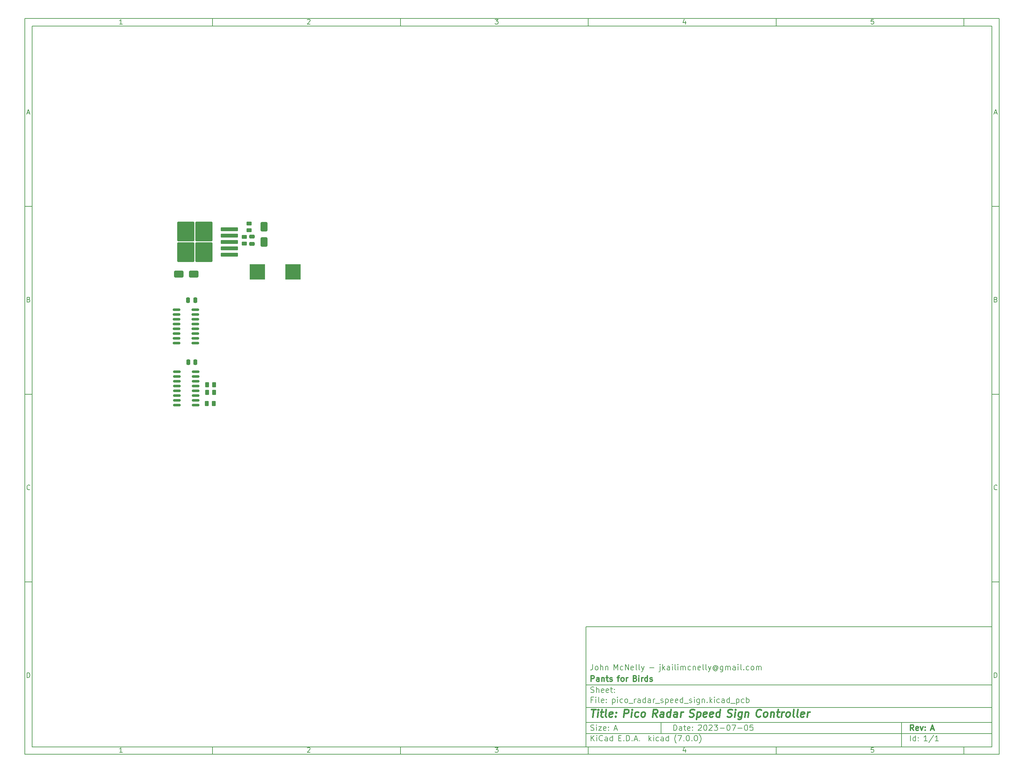
<source format=gbr>
%TF.GenerationSoftware,KiCad,Pcbnew,(7.0.0)*%
%TF.CreationDate,2023-07-05T22:29:38-07:00*%
%TF.ProjectId,pico_radar_speed_sign,7069636f-5f72-4616-9461-725f73706565,A*%
%TF.SameCoordinates,Original*%
%TF.FileFunction,Paste,Top*%
%TF.FilePolarity,Positive*%
%FSLAX46Y46*%
G04 Gerber Fmt 4.6, Leading zero omitted, Abs format (unit mm)*
G04 Created by KiCad (PCBNEW (7.0.0)) date 2023-07-05 22:29:38*
%MOMM*%
%LPD*%
G01*
G04 APERTURE LIST*
G04 Aperture macros list*
%AMRoundRect*
0 Rectangle with rounded corners*
0 $1 Rounding radius*
0 $2 $3 $4 $5 $6 $7 $8 $9 X,Y pos of 4 corners*
0 Add a 4 corners polygon primitive as box body*
4,1,4,$2,$3,$4,$5,$6,$7,$8,$9,$2,$3,0*
0 Add four circle primitives for the rounded corners*
1,1,$1+$1,$2,$3*
1,1,$1+$1,$4,$5*
1,1,$1+$1,$6,$7*
1,1,$1+$1,$8,$9*
0 Add four rect primitives between the rounded corners*
20,1,$1+$1,$2,$3,$4,$5,0*
20,1,$1+$1,$4,$5,$6,$7,0*
20,1,$1+$1,$6,$7,$8,$9,0*
20,1,$1+$1,$8,$9,$2,$3,0*%
G04 Aperture macros list end*
%ADD10C,0.100000*%
%ADD11C,0.150000*%
%ADD12C,0.300000*%
%ADD13C,0.400000*%
%ADD14RoundRect,0.250000X0.475000X-0.250000X0.475000X0.250000X-0.475000X0.250000X-0.475000X-0.250000X0*%
%ADD15RoundRect,0.150000X-0.825000X-0.150000X0.825000X-0.150000X0.825000X0.150000X-0.825000X0.150000X0*%
%ADD16RoundRect,0.250000X0.450000X-0.262500X0.450000X0.262500X-0.450000X0.262500X-0.450000X-0.262500X0*%
%ADD17RoundRect,0.250000X2.050000X0.300000X-2.050000X0.300000X-2.050000X-0.300000X2.050000X-0.300000X0*%
%ADD18RoundRect,0.250000X2.025000X2.375000X-2.025000X2.375000X-2.025000X-2.375000X2.025000X-2.375000X0*%
%ADD19RoundRect,0.250000X0.262500X0.450000X-0.262500X0.450000X-0.262500X-0.450000X0.262500X-0.450000X0*%
%ADD20RoundRect,0.250000X-0.262500X-0.450000X0.262500X-0.450000X0.262500X0.450000X-0.262500X0.450000X0*%
%ADD21R,4.100000X4.100000*%
%ADD22RoundRect,0.250000X0.650000X-1.000000X0.650000X1.000000X-0.650000X1.000000X-0.650000X-1.000000X0*%
%ADD23RoundRect,0.250000X1.000000X0.650000X-1.000000X0.650000X-1.000000X-0.650000X1.000000X-0.650000X0*%
%ADD24RoundRect,0.250000X0.250000X0.475000X-0.250000X0.475000X-0.250000X-0.475000X0.250000X-0.475000X0*%
G04 APERTURE END LIST*
D10*
D11*
X159400000Y-171900000D02*
X267400000Y-171900000D01*
X267400000Y-203900000D01*
X159400000Y-203900000D01*
X159400000Y-171900000D01*
D10*
D11*
X10000000Y-10000000D02*
X269400000Y-10000000D01*
X269400000Y-205900000D01*
X10000000Y-205900000D01*
X10000000Y-10000000D01*
D10*
D11*
X12000000Y-12000000D02*
X267400000Y-12000000D01*
X267400000Y-203900000D01*
X12000000Y-203900000D01*
X12000000Y-12000000D01*
D10*
D11*
X60000000Y-12000000D02*
X60000000Y-10000000D01*
D10*
D11*
X110000000Y-12000000D02*
X110000000Y-10000000D01*
D10*
D11*
X160000000Y-12000000D02*
X160000000Y-10000000D01*
D10*
D11*
X210000000Y-12000000D02*
X210000000Y-10000000D01*
D10*
D11*
X260000000Y-12000000D02*
X260000000Y-10000000D01*
D10*
D11*
X35990476Y-11477595D02*
X35247619Y-11477595D01*
X35619047Y-11477595D02*
X35619047Y-10177595D01*
X35619047Y-10177595D02*
X35495238Y-10363309D01*
X35495238Y-10363309D02*
X35371428Y-10487119D01*
X35371428Y-10487119D02*
X35247619Y-10549023D01*
D10*
D11*
X85247619Y-10301404D02*
X85309523Y-10239500D01*
X85309523Y-10239500D02*
X85433333Y-10177595D01*
X85433333Y-10177595D02*
X85742857Y-10177595D01*
X85742857Y-10177595D02*
X85866666Y-10239500D01*
X85866666Y-10239500D02*
X85928571Y-10301404D01*
X85928571Y-10301404D02*
X85990476Y-10425214D01*
X85990476Y-10425214D02*
X85990476Y-10549023D01*
X85990476Y-10549023D02*
X85928571Y-10734738D01*
X85928571Y-10734738D02*
X85185714Y-11477595D01*
X85185714Y-11477595D02*
X85990476Y-11477595D01*
D10*
D11*
X135185714Y-10177595D02*
X135990476Y-10177595D01*
X135990476Y-10177595D02*
X135557142Y-10672833D01*
X135557142Y-10672833D02*
X135742857Y-10672833D01*
X135742857Y-10672833D02*
X135866666Y-10734738D01*
X135866666Y-10734738D02*
X135928571Y-10796642D01*
X135928571Y-10796642D02*
X135990476Y-10920452D01*
X135990476Y-10920452D02*
X135990476Y-11229976D01*
X135990476Y-11229976D02*
X135928571Y-11353785D01*
X135928571Y-11353785D02*
X135866666Y-11415690D01*
X135866666Y-11415690D02*
X135742857Y-11477595D01*
X135742857Y-11477595D02*
X135371428Y-11477595D01*
X135371428Y-11477595D02*
X135247619Y-11415690D01*
X135247619Y-11415690D02*
X135185714Y-11353785D01*
D10*
D11*
X185866666Y-10610928D02*
X185866666Y-11477595D01*
X185557142Y-10115690D02*
X185247619Y-11044261D01*
X185247619Y-11044261D02*
X186052380Y-11044261D01*
D10*
D11*
X235928571Y-10177595D02*
X235309523Y-10177595D01*
X235309523Y-10177595D02*
X235247619Y-10796642D01*
X235247619Y-10796642D02*
X235309523Y-10734738D01*
X235309523Y-10734738D02*
X235433333Y-10672833D01*
X235433333Y-10672833D02*
X235742857Y-10672833D01*
X235742857Y-10672833D02*
X235866666Y-10734738D01*
X235866666Y-10734738D02*
X235928571Y-10796642D01*
X235928571Y-10796642D02*
X235990476Y-10920452D01*
X235990476Y-10920452D02*
X235990476Y-11229976D01*
X235990476Y-11229976D02*
X235928571Y-11353785D01*
X235928571Y-11353785D02*
X235866666Y-11415690D01*
X235866666Y-11415690D02*
X235742857Y-11477595D01*
X235742857Y-11477595D02*
X235433333Y-11477595D01*
X235433333Y-11477595D02*
X235309523Y-11415690D01*
X235309523Y-11415690D02*
X235247619Y-11353785D01*
D10*
D11*
X60000000Y-203900000D02*
X60000000Y-205900000D01*
D10*
D11*
X110000000Y-203900000D02*
X110000000Y-205900000D01*
D10*
D11*
X160000000Y-203900000D02*
X160000000Y-205900000D01*
D10*
D11*
X210000000Y-203900000D02*
X210000000Y-205900000D01*
D10*
D11*
X260000000Y-203900000D02*
X260000000Y-205900000D01*
D10*
D11*
X35990476Y-205377595D02*
X35247619Y-205377595D01*
X35619047Y-205377595D02*
X35619047Y-204077595D01*
X35619047Y-204077595D02*
X35495238Y-204263309D01*
X35495238Y-204263309D02*
X35371428Y-204387119D01*
X35371428Y-204387119D02*
X35247619Y-204449023D01*
D10*
D11*
X85247619Y-204201404D02*
X85309523Y-204139500D01*
X85309523Y-204139500D02*
X85433333Y-204077595D01*
X85433333Y-204077595D02*
X85742857Y-204077595D01*
X85742857Y-204077595D02*
X85866666Y-204139500D01*
X85866666Y-204139500D02*
X85928571Y-204201404D01*
X85928571Y-204201404D02*
X85990476Y-204325214D01*
X85990476Y-204325214D02*
X85990476Y-204449023D01*
X85990476Y-204449023D02*
X85928571Y-204634738D01*
X85928571Y-204634738D02*
X85185714Y-205377595D01*
X85185714Y-205377595D02*
X85990476Y-205377595D01*
D10*
D11*
X135185714Y-204077595D02*
X135990476Y-204077595D01*
X135990476Y-204077595D02*
X135557142Y-204572833D01*
X135557142Y-204572833D02*
X135742857Y-204572833D01*
X135742857Y-204572833D02*
X135866666Y-204634738D01*
X135866666Y-204634738D02*
X135928571Y-204696642D01*
X135928571Y-204696642D02*
X135990476Y-204820452D01*
X135990476Y-204820452D02*
X135990476Y-205129976D01*
X135990476Y-205129976D02*
X135928571Y-205253785D01*
X135928571Y-205253785D02*
X135866666Y-205315690D01*
X135866666Y-205315690D02*
X135742857Y-205377595D01*
X135742857Y-205377595D02*
X135371428Y-205377595D01*
X135371428Y-205377595D02*
X135247619Y-205315690D01*
X135247619Y-205315690D02*
X135185714Y-205253785D01*
D10*
D11*
X185866666Y-204510928D02*
X185866666Y-205377595D01*
X185557142Y-204015690D02*
X185247619Y-204944261D01*
X185247619Y-204944261D02*
X186052380Y-204944261D01*
D10*
D11*
X235928571Y-204077595D02*
X235309523Y-204077595D01*
X235309523Y-204077595D02*
X235247619Y-204696642D01*
X235247619Y-204696642D02*
X235309523Y-204634738D01*
X235309523Y-204634738D02*
X235433333Y-204572833D01*
X235433333Y-204572833D02*
X235742857Y-204572833D01*
X235742857Y-204572833D02*
X235866666Y-204634738D01*
X235866666Y-204634738D02*
X235928571Y-204696642D01*
X235928571Y-204696642D02*
X235990476Y-204820452D01*
X235990476Y-204820452D02*
X235990476Y-205129976D01*
X235990476Y-205129976D02*
X235928571Y-205253785D01*
X235928571Y-205253785D02*
X235866666Y-205315690D01*
X235866666Y-205315690D02*
X235742857Y-205377595D01*
X235742857Y-205377595D02*
X235433333Y-205377595D01*
X235433333Y-205377595D02*
X235309523Y-205315690D01*
X235309523Y-205315690D02*
X235247619Y-205253785D01*
D10*
D11*
X10000000Y-60000000D02*
X12000000Y-60000000D01*
D10*
D11*
X10000000Y-110000000D02*
X12000000Y-110000000D01*
D10*
D11*
X10000000Y-160000000D02*
X12000000Y-160000000D01*
D10*
D11*
X10690476Y-35106166D02*
X11309523Y-35106166D01*
X10566666Y-35477595D02*
X10999999Y-34177595D01*
X10999999Y-34177595D02*
X11433333Y-35477595D01*
D10*
D11*
X11092857Y-84796642D02*
X11278571Y-84858547D01*
X11278571Y-84858547D02*
X11340476Y-84920452D01*
X11340476Y-84920452D02*
X11402380Y-85044261D01*
X11402380Y-85044261D02*
X11402380Y-85229976D01*
X11402380Y-85229976D02*
X11340476Y-85353785D01*
X11340476Y-85353785D02*
X11278571Y-85415690D01*
X11278571Y-85415690D02*
X11154761Y-85477595D01*
X11154761Y-85477595D02*
X10659523Y-85477595D01*
X10659523Y-85477595D02*
X10659523Y-84177595D01*
X10659523Y-84177595D02*
X11092857Y-84177595D01*
X11092857Y-84177595D02*
X11216666Y-84239500D01*
X11216666Y-84239500D02*
X11278571Y-84301404D01*
X11278571Y-84301404D02*
X11340476Y-84425214D01*
X11340476Y-84425214D02*
X11340476Y-84549023D01*
X11340476Y-84549023D02*
X11278571Y-84672833D01*
X11278571Y-84672833D02*
X11216666Y-84734738D01*
X11216666Y-84734738D02*
X11092857Y-84796642D01*
X11092857Y-84796642D02*
X10659523Y-84796642D01*
D10*
D11*
X11402380Y-135353785D02*
X11340476Y-135415690D01*
X11340476Y-135415690D02*
X11154761Y-135477595D01*
X11154761Y-135477595D02*
X11030952Y-135477595D01*
X11030952Y-135477595D02*
X10845238Y-135415690D01*
X10845238Y-135415690D02*
X10721428Y-135291880D01*
X10721428Y-135291880D02*
X10659523Y-135168071D01*
X10659523Y-135168071D02*
X10597619Y-134920452D01*
X10597619Y-134920452D02*
X10597619Y-134734738D01*
X10597619Y-134734738D02*
X10659523Y-134487119D01*
X10659523Y-134487119D02*
X10721428Y-134363309D01*
X10721428Y-134363309D02*
X10845238Y-134239500D01*
X10845238Y-134239500D02*
X11030952Y-134177595D01*
X11030952Y-134177595D02*
X11154761Y-134177595D01*
X11154761Y-134177595D02*
X11340476Y-134239500D01*
X11340476Y-134239500D02*
X11402380Y-134301404D01*
D10*
D11*
X10659523Y-185477595D02*
X10659523Y-184177595D01*
X10659523Y-184177595D02*
X10969047Y-184177595D01*
X10969047Y-184177595D02*
X11154761Y-184239500D01*
X11154761Y-184239500D02*
X11278571Y-184363309D01*
X11278571Y-184363309D02*
X11340476Y-184487119D01*
X11340476Y-184487119D02*
X11402380Y-184734738D01*
X11402380Y-184734738D02*
X11402380Y-184920452D01*
X11402380Y-184920452D02*
X11340476Y-185168071D01*
X11340476Y-185168071D02*
X11278571Y-185291880D01*
X11278571Y-185291880D02*
X11154761Y-185415690D01*
X11154761Y-185415690D02*
X10969047Y-185477595D01*
X10969047Y-185477595D02*
X10659523Y-185477595D01*
D10*
D11*
X269400000Y-60000000D02*
X267400000Y-60000000D01*
D10*
D11*
X269400000Y-110000000D02*
X267400000Y-110000000D01*
D10*
D11*
X269400000Y-160000000D02*
X267400000Y-160000000D01*
D10*
D11*
X268090476Y-35106166D02*
X268709523Y-35106166D01*
X267966666Y-35477595D02*
X268399999Y-34177595D01*
X268399999Y-34177595D02*
X268833333Y-35477595D01*
D10*
D11*
X268492857Y-84796642D02*
X268678571Y-84858547D01*
X268678571Y-84858547D02*
X268740476Y-84920452D01*
X268740476Y-84920452D02*
X268802380Y-85044261D01*
X268802380Y-85044261D02*
X268802380Y-85229976D01*
X268802380Y-85229976D02*
X268740476Y-85353785D01*
X268740476Y-85353785D02*
X268678571Y-85415690D01*
X268678571Y-85415690D02*
X268554761Y-85477595D01*
X268554761Y-85477595D02*
X268059523Y-85477595D01*
X268059523Y-85477595D02*
X268059523Y-84177595D01*
X268059523Y-84177595D02*
X268492857Y-84177595D01*
X268492857Y-84177595D02*
X268616666Y-84239500D01*
X268616666Y-84239500D02*
X268678571Y-84301404D01*
X268678571Y-84301404D02*
X268740476Y-84425214D01*
X268740476Y-84425214D02*
X268740476Y-84549023D01*
X268740476Y-84549023D02*
X268678571Y-84672833D01*
X268678571Y-84672833D02*
X268616666Y-84734738D01*
X268616666Y-84734738D02*
X268492857Y-84796642D01*
X268492857Y-84796642D02*
X268059523Y-84796642D01*
D10*
D11*
X268802380Y-135353785D02*
X268740476Y-135415690D01*
X268740476Y-135415690D02*
X268554761Y-135477595D01*
X268554761Y-135477595D02*
X268430952Y-135477595D01*
X268430952Y-135477595D02*
X268245238Y-135415690D01*
X268245238Y-135415690D02*
X268121428Y-135291880D01*
X268121428Y-135291880D02*
X268059523Y-135168071D01*
X268059523Y-135168071D02*
X267997619Y-134920452D01*
X267997619Y-134920452D02*
X267997619Y-134734738D01*
X267997619Y-134734738D02*
X268059523Y-134487119D01*
X268059523Y-134487119D02*
X268121428Y-134363309D01*
X268121428Y-134363309D02*
X268245238Y-134239500D01*
X268245238Y-134239500D02*
X268430952Y-134177595D01*
X268430952Y-134177595D02*
X268554761Y-134177595D01*
X268554761Y-134177595D02*
X268740476Y-134239500D01*
X268740476Y-134239500D02*
X268802380Y-134301404D01*
D10*
D11*
X268059523Y-185477595D02*
X268059523Y-184177595D01*
X268059523Y-184177595D02*
X268369047Y-184177595D01*
X268369047Y-184177595D02*
X268554761Y-184239500D01*
X268554761Y-184239500D02*
X268678571Y-184363309D01*
X268678571Y-184363309D02*
X268740476Y-184487119D01*
X268740476Y-184487119D02*
X268802380Y-184734738D01*
X268802380Y-184734738D02*
X268802380Y-184920452D01*
X268802380Y-184920452D02*
X268740476Y-185168071D01*
X268740476Y-185168071D02*
X268678571Y-185291880D01*
X268678571Y-185291880D02*
X268554761Y-185415690D01*
X268554761Y-185415690D02*
X268369047Y-185477595D01*
X268369047Y-185477595D02*
X268059523Y-185477595D01*
D10*
D11*
X182757142Y-199551071D02*
X182757142Y-198051071D01*
X182757142Y-198051071D02*
X183114285Y-198051071D01*
X183114285Y-198051071D02*
X183328571Y-198122500D01*
X183328571Y-198122500D02*
X183471428Y-198265357D01*
X183471428Y-198265357D02*
X183542857Y-198408214D01*
X183542857Y-198408214D02*
X183614285Y-198693928D01*
X183614285Y-198693928D02*
X183614285Y-198908214D01*
X183614285Y-198908214D02*
X183542857Y-199193928D01*
X183542857Y-199193928D02*
X183471428Y-199336785D01*
X183471428Y-199336785D02*
X183328571Y-199479642D01*
X183328571Y-199479642D02*
X183114285Y-199551071D01*
X183114285Y-199551071D02*
X182757142Y-199551071D01*
X184900000Y-199551071D02*
X184900000Y-198765357D01*
X184900000Y-198765357D02*
X184828571Y-198622500D01*
X184828571Y-198622500D02*
X184685714Y-198551071D01*
X184685714Y-198551071D02*
X184400000Y-198551071D01*
X184400000Y-198551071D02*
X184257142Y-198622500D01*
X184900000Y-199479642D02*
X184757142Y-199551071D01*
X184757142Y-199551071D02*
X184400000Y-199551071D01*
X184400000Y-199551071D02*
X184257142Y-199479642D01*
X184257142Y-199479642D02*
X184185714Y-199336785D01*
X184185714Y-199336785D02*
X184185714Y-199193928D01*
X184185714Y-199193928D02*
X184257142Y-199051071D01*
X184257142Y-199051071D02*
X184400000Y-198979642D01*
X184400000Y-198979642D02*
X184757142Y-198979642D01*
X184757142Y-198979642D02*
X184900000Y-198908214D01*
X185400000Y-198551071D02*
X185971428Y-198551071D01*
X185614285Y-198051071D02*
X185614285Y-199336785D01*
X185614285Y-199336785D02*
X185685714Y-199479642D01*
X185685714Y-199479642D02*
X185828571Y-199551071D01*
X185828571Y-199551071D02*
X185971428Y-199551071D01*
X187042857Y-199479642D02*
X186900000Y-199551071D01*
X186900000Y-199551071D02*
X186614286Y-199551071D01*
X186614286Y-199551071D02*
X186471428Y-199479642D01*
X186471428Y-199479642D02*
X186400000Y-199336785D01*
X186400000Y-199336785D02*
X186400000Y-198765357D01*
X186400000Y-198765357D02*
X186471428Y-198622500D01*
X186471428Y-198622500D02*
X186614286Y-198551071D01*
X186614286Y-198551071D02*
X186900000Y-198551071D01*
X186900000Y-198551071D02*
X187042857Y-198622500D01*
X187042857Y-198622500D02*
X187114286Y-198765357D01*
X187114286Y-198765357D02*
X187114286Y-198908214D01*
X187114286Y-198908214D02*
X186400000Y-199051071D01*
X187757142Y-199408214D02*
X187828571Y-199479642D01*
X187828571Y-199479642D02*
X187757142Y-199551071D01*
X187757142Y-199551071D02*
X187685714Y-199479642D01*
X187685714Y-199479642D02*
X187757142Y-199408214D01*
X187757142Y-199408214D02*
X187757142Y-199551071D01*
X187757142Y-198622500D02*
X187828571Y-198693928D01*
X187828571Y-198693928D02*
X187757142Y-198765357D01*
X187757142Y-198765357D02*
X187685714Y-198693928D01*
X187685714Y-198693928D02*
X187757142Y-198622500D01*
X187757142Y-198622500D02*
X187757142Y-198765357D01*
X189300000Y-198193928D02*
X189371428Y-198122500D01*
X189371428Y-198122500D02*
X189514286Y-198051071D01*
X189514286Y-198051071D02*
X189871428Y-198051071D01*
X189871428Y-198051071D02*
X190014286Y-198122500D01*
X190014286Y-198122500D02*
X190085714Y-198193928D01*
X190085714Y-198193928D02*
X190157143Y-198336785D01*
X190157143Y-198336785D02*
X190157143Y-198479642D01*
X190157143Y-198479642D02*
X190085714Y-198693928D01*
X190085714Y-198693928D02*
X189228571Y-199551071D01*
X189228571Y-199551071D02*
X190157143Y-199551071D01*
X191085714Y-198051071D02*
X191228571Y-198051071D01*
X191228571Y-198051071D02*
X191371428Y-198122500D01*
X191371428Y-198122500D02*
X191442857Y-198193928D01*
X191442857Y-198193928D02*
X191514285Y-198336785D01*
X191514285Y-198336785D02*
X191585714Y-198622500D01*
X191585714Y-198622500D02*
X191585714Y-198979642D01*
X191585714Y-198979642D02*
X191514285Y-199265357D01*
X191514285Y-199265357D02*
X191442857Y-199408214D01*
X191442857Y-199408214D02*
X191371428Y-199479642D01*
X191371428Y-199479642D02*
X191228571Y-199551071D01*
X191228571Y-199551071D02*
X191085714Y-199551071D01*
X191085714Y-199551071D02*
X190942857Y-199479642D01*
X190942857Y-199479642D02*
X190871428Y-199408214D01*
X190871428Y-199408214D02*
X190799999Y-199265357D01*
X190799999Y-199265357D02*
X190728571Y-198979642D01*
X190728571Y-198979642D02*
X190728571Y-198622500D01*
X190728571Y-198622500D02*
X190799999Y-198336785D01*
X190799999Y-198336785D02*
X190871428Y-198193928D01*
X190871428Y-198193928D02*
X190942857Y-198122500D01*
X190942857Y-198122500D02*
X191085714Y-198051071D01*
X192157142Y-198193928D02*
X192228570Y-198122500D01*
X192228570Y-198122500D02*
X192371428Y-198051071D01*
X192371428Y-198051071D02*
X192728570Y-198051071D01*
X192728570Y-198051071D02*
X192871428Y-198122500D01*
X192871428Y-198122500D02*
X192942856Y-198193928D01*
X192942856Y-198193928D02*
X193014285Y-198336785D01*
X193014285Y-198336785D02*
X193014285Y-198479642D01*
X193014285Y-198479642D02*
X192942856Y-198693928D01*
X192942856Y-198693928D02*
X192085713Y-199551071D01*
X192085713Y-199551071D02*
X193014285Y-199551071D01*
X193514284Y-198051071D02*
X194442856Y-198051071D01*
X194442856Y-198051071D02*
X193942856Y-198622500D01*
X193942856Y-198622500D02*
X194157141Y-198622500D01*
X194157141Y-198622500D02*
X194299999Y-198693928D01*
X194299999Y-198693928D02*
X194371427Y-198765357D01*
X194371427Y-198765357D02*
X194442856Y-198908214D01*
X194442856Y-198908214D02*
X194442856Y-199265357D01*
X194442856Y-199265357D02*
X194371427Y-199408214D01*
X194371427Y-199408214D02*
X194299999Y-199479642D01*
X194299999Y-199479642D02*
X194157141Y-199551071D01*
X194157141Y-199551071D02*
X193728570Y-199551071D01*
X193728570Y-199551071D02*
X193585713Y-199479642D01*
X193585713Y-199479642D02*
X193514284Y-199408214D01*
X195085712Y-198979642D02*
X196228570Y-198979642D01*
X197228570Y-198051071D02*
X197371427Y-198051071D01*
X197371427Y-198051071D02*
X197514284Y-198122500D01*
X197514284Y-198122500D02*
X197585713Y-198193928D01*
X197585713Y-198193928D02*
X197657141Y-198336785D01*
X197657141Y-198336785D02*
X197728570Y-198622500D01*
X197728570Y-198622500D02*
X197728570Y-198979642D01*
X197728570Y-198979642D02*
X197657141Y-199265357D01*
X197657141Y-199265357D02*
X197585713Y-199408214D01*
X197585713Y-199408214D02*
X197514284Y-199479642D01*
X197514284Y-199479642D02*
X197371427Y-199551071D01*
X197371427Y-199551071D02*
X197228570Y-199551071D01*
X197228570Y-199551071D02*
X197085713Y-199479642D01*
X197085713Y-199479642D02*
X197014284Y-199408214D01*
X197014284Y-199408214D02*
X196942855Y-199265357D01*
X196942855Y-199265357D02*
X196871427Y-198979642D01*
X196871427Y-198979642D02*
X196871427Y-198622500D01*
X196871427Y-198622500D02*
X196942855Y-198336785D01*
X196942855Y-198336785D02*
X197014284Y-198193928D01*
X197014284Y-198193928D02*
X197085713Y-198122500D01*
X197085713Y-198122500D02*
X197228570Y-198051071D01*
X198228569Y-198051071D02*
X199228569Y-198051071D01*
X199228569Y-198051071D02*
X198585712Y-199551071D01*
X199799997Y-198979642D02*
X200942855Y-198979642D01*
X201942855Y-198051071D02*
X202085712Y-198051071D01*
X202085712Y-198051071D02*
X202228569Y-198122500D01*
X202228569Y-198122500D02*
X202299998Y-198193928D01*
X202299998Y-198193928D02*
X202371426Y-198336785D01*
X202371426Y-198336785D02*
X202442855Y-198622500D01*
X202442855Y-198622500D02*
X202442855Y-198979642D01*
X202442855Y-198979642D02*
X202371426Y-199265357D01*
X202371426Y-199265357D02*
X202299998Y-199408214D01*
X202299998Y-199408214D02*
X202228569Y-199479642D01*
X202228569Y-199479642D02*
X202085712Y-199551071D01*
X202085712Y-199551071D02*
X201942855Y-199551071D01*
X201942855Y-199551071D02*
X201799998Y-199479642D01*
X201799998Y-199479642D02*
X201728569Y-199408214D01*
X201728569Y-199408214D02*
X201657140Y-199265357D01*
X201657140Y-199265357D02*
X201585712Y-198979642D01*
X201585712Y-198979642D02*
X201585712Y-198622500D01*
X201585712Y-198622500D02*
X201657140Y-198336785D01*
X201657140Y-198336785D02*
X201728569Y-198193928D01*
X201728569Y-198193928D02*
X201799998Y-198122500D01*
X201799998Y-198122500D02*
X201942855Y-198051071D01*
X203799997Y-198051071D02*
X203085711Y-198051071D01*
X203085711Y-198051071D02*
X203014283Y-198765357D01*
X203014283Y-198765357D02*
X203085711Y-198693928D01*
X203085711Y-198693928D02*
X203228569Y-198622500D01*
X203228569Y-198622500D02*
X203585711Y-198622500D01*
X203585711Y-198622500D02*
X203728569Y-198693928D01*
X203728569Y-198693928D02*
X203799997Y-198765357D01*
X203799997Y-198765357D02*
X203871426Y-198908214D01*
X203871426Y-198908214D02*
X203871426Y-199265357D01*
X203871426Y-199265357D02*
X203799997Y-199408214D01*
X203799997Y-199408214D02*
X203728569Y-199479642D01*
X203728569Y-199479642D02*
X203585711Y-199551071D01*
X203585711Y-199551071D02*
X203228569Y-199551071D01*
X203228569Y-199551071D02*
X203085711Y-199479642D01*
X203085711Y-199479642D02*
X203014283Y-199408214D01*
D10*
D11*
X159400000Y-200400000D02*
X267400000Y-200400000D01*
D10*
D11*
X160757142Y-202351071D02*
X160757142Y-200851071D01*
X161614285Y-202351071D02*
X160971428Y-201493928D01*
X161614285Y-200851071D02*
X160757142Y-201708214D01*
X162257142Y-202351071D02*
X162257142Y-201351071D01*
X162257142Y-200851071D02*
X162185714Y-200922500D01*
X162185714Y-200922500D02*
X162257142Y-200993928D01*
X162257142Y-200993928D02*
X162328571Y-200922500D01*
X162328571Y-200922500D02*
X162257142Y-200851071D01*
X162257142Y-200851071D02*
X162257142Y-200993928D01*
X163828571Y-202208214D02*
X163757143Y-202279642D01*
X163757143Y-202279642D02*
X163542857Y-202351071D01*
X163542857Y-202351071D02*
X163400000Y-202351071D01*
X163400000Y-202351071D02*
X163185714Y-202279642D01*
X163185714Y-202279642D02*
X163042857Y-202136785D01*
X163042857Y-202136785D02*
X162971428Y-201993928D01*
X162971428Y-201993928D02*
X162900000Y-201708214D01*
X162900000Y-201708214D02*
X162900000Y-201493928D01*
X162900000Y-201493928D02*
X162971428Y-201208214D01*
X162971428Y-201208214D02*
X163042857Y-201065357D01*
X163042857Y-201065357D02*
X163185714Y-200922500D01*
X163185714Y-200922500D02*
X163400000Y-200851071D01*
X163400000Y-200851071D02*
X163542857Y-200851071D01*
X163542857Y-200851071D02*
X163757143Y-200922500D01*
X163757143Y-200922500D02*
X163828571Y-200993928D01*
X165114286Y-202351071D02*
X165114286Y-201565357D01*
X165114286Y-201565357D02*
X165042857Y-201422500D01*
X165042857Y-201422500D02*
X164900000Y-201351071D01*
X164900000Y-201351071D02*
X164614286Y-201351071D01*
X164614286Y-201351071D02*
X164471428Y-201422500D01*
X165114286Y-202279642D02*
X164971428Y-202351071D01*
X164971428Y-202351071D02*
X164614286Y-202351071D01*
X164614286Y-202351071D02*
X164471428Y-202279642D01*
X164471428Y-202279642D02*
X164400000Y-202136785D01*
X164400000Y-202136785D02*
X164400000Y-201993928D01*
X164400000Y-201993928D02*
X164471428Y-201851071D01*
X164471428Y-201851071D02*
X164614286Y-201779642D01*
X164614286Y-201779642D02*
X164971428Y-201779642D01*
X164971428Y-201779642D02*
X165114286Y-201708214D01*
X166471429Y-202351071D02*
X166471429Y-200851071D01*
X166471429Y-202279642D02*
X166328571Y-202351071D01*
X166328571Y-202351071D02*
X166042857Y-202351071D01*
X166042857Y-202351071D02*
X165900000Y-202279642D01*
X165900000Y-202279642D02*
X165828571Y-202208214D01*
X165828571Y-202208214D02*
X165757143Y-202065357D01*
X165757143Y-202065357D02*
X165757143Y-201636785D01*
X165757143Y-201636785D02*
X165828571Y-201493928D01*
X165828571Y-201493928D02*
X165900000Y-201422500D01*
X165900000Y-201422500D02*
X166042857Y-201351071D01*
X166042857Y-201351071D02*
X166328571Y-201351071D01*
X166328571Y-201351071D02*
X166471429Y-201422500D01*
X168085714Y-201565357D02*
X168585714Y-201565357D01*
X168800000Y-202351071D02*
X168085714Y-202351071D01*
X168085714Y-202351071D02*
X168085714Y-200851071D01*
X168085714Y-200851071D02*
X168800000Y-200851071D01*
X169442857Y-202208214D02*
X169514286Y-202279642D01*
X169514286Y-202279642D02*
X169442857Y-202351071D01*
X169442857Y-202351071D02*
X169371429Y-202279642D01*
X169371429Y-202279642D02*
X169442857Y-202208214D01*
X169442857Y-202208214D02*
X169442857Y-202351071D01*
X170157143Y-202351071D02*
X170157143Y-200851071D01*
X170157143Y-200851071D02*
X170514286Y-200851071D01*
X170514286Y-200851071D02*
X170728572Y-200922500D01*
X170728572Y-200922500D02*
X170871429Y-201065357D01*
X170871429Y-201065357D02*
X170942858Y-201208214D01*
X170942858Y-201208214D02*
X171014286Y-201493928D01*
X171014286Y-201493928D02*
X171014286Y-201708214D01*
X171014286Y-201708214D02*
X170942858Y-201993928D01*
X170942858Y-201993928D02*
X170871429Y-202136785D01*
X170871429Y-202136785D02*
X170728572Y-202279642D01*
X170728572Y-202279642D02*
X170514286Y-202351071D01*
X170514286Y-202351071D02*
X170157143Y-202351071D01*
X171657143Y-202208214D02*
X171728572Y-202279642D01*
X171728572Y-202279642D02*
X171657143Y-202351071D01*
X171657143Y-202351071D02*
X171585715Y-202279642D01*
X171585715Y-202279642D02*
X171657143Y-202208214D01*
X171657143Y-202208214D02*
X171657143Y-202351071D01*
X172300001Y-201922500D02*
X173014287Y-201922500D01*
X172157144Y-202351071D02*
X172657144Y-200851071D01*
X172657144Y-200851071D02*
X173157144Y-202351071D01*
X173657143Y-202208214D02*
X173728572Y-202279642D01*
X173728572Y-202279642D02*
X173657143Y-202351071D01*
X173657143Y-202351071D02*
X173585715Y-202279642D01*
X173585715Y-202279642D02*
X173657143Y-202208214D01*
X173657143Y-202208214D02*
X173657143Y-202351071D01*
X176171429Y-202351071D02*
X176171429Y-200851071D01*
X176314287Y-201779642D02*
X176742858Y-202351071D01*
X176742858Y-201351071D02*
X176171429Y-201922500D01*
X177385715Y-202351071D02*
X177385715Y-201351071D01*
X177385715Y-200851071D02*
X177314287Y-200922500D01*
X177314287Y-200922500D02*
X177385715Y-200993928D01*
X177385715Y-200993928D02*
X177457144Y-200922500D01*
X177457144Y-200922500D02*
X177385715Y-200851071D01*
X177385715Y-200851071D02*
X177385715Y-200993928D01*
X178742859Y-202279642D02*
X178600001Y-202351071D01*
X178600001Y-202351071D02*
X178314287Y-202351071D01*
X178314287Y-202351071D02*
X178171430Y-202279642D01*
X178171430Y-202279642D02*
X178100001Y-202208214D01*
X178100001Y-202208214D02*
X178028573Y-202065357D01*
X178028573Y-202065357D02*
X178028573Y-201636785D01*
X178028573Y-201636785D02*
X178100001Y-201493928D01*
X178100001Y-201493928D02*
X178171430Y-201422500D01*
X178171430Y-201422500D02*
X178314287Y-201351071D01*
X178314287Y-201351071D02*
X178600001Y-201351071D01*
X178600001Y-201351071D02*
X178742859Y-201422500D01*
X180028573Y-202351071D02*
X180028573Y-201565357D01*
X180028573Y-201565357D02*
X179957144Y-201422500D01*
X179957144Y-201422500D02*
X179814287Y-201351071D01*
X179814287Y-201351071D02*
X179528573Y-201351071D01*
X179528573Y-201351071D02*
X179385715Y-201422500D01*
X180028573Y-202279642D02*
X179885715Y-202351071D01*
X179885715Y-202351071D02*
X179528573Y-202351071D01*
X179528573Y-202351071D02*
X179385715Y-202279642D01*
X179385715Y-202279642D02*
X179314287Y-202136785D01*
X179314287Y-202136785D02*
X179314287Y-201993928D01*
X179314287Y-201993928D02*
X179385715Y-201851071D01*
X179385715Y-201851071D02*
X179528573Y-201779642D01*
X179528573Y-201779642D02*
X179885715Y-201779642D01*
X179885715Y-201779642D02*
X180028573Y-201708214D01*
X181385716Y-202351071D02*
X181385716Y-200851071D01*
X181385716Y-202279642D02*
X181242858Y-202351071D01*
X181242858Y-202351071D02*
X180957144Y-202351071D01*
X180957144Y-202351071D02*
X180814287Y-202279642D01*
X180814287Y-202279642D02*
X180742858Y-202208214D01*
X180742858Y-202208214D02*
X180671430Y-202065357D01*
X180671430Y-202065357D02*
X180671430Y-201636785D01*
X180671430Y-201636785D02*
X180742858Y-201493928D01*
X180742858Y-201493928D02*
X180814287Y-201422500D01*
X180814287Y-201422500D02*
X180957144Y-201351071D01*
X180957144Y-201351071D02*
X181242858Y-201351071D01*
X181242858Y-201351071D02*
X181385716Y-201422500D01*
X183428573Y-202922500D02*
X183357144Y-202851071D01*
X183357144Y-202851071D02*
X183214287Y-202636785D01*
X183214287Y-202636785D02*
X183142859Y-202493928D01*
X183142859Y-202493928D02*
X183071430Y-202279642D01*
X183071430Y-202279642D02*
X183000001Y-201922500D01*
X183000001Y-201922500D02*
X183000001Y-201636785D01*
X183000001Y-201636785D02*
X183071430Y-201279642D01*
X183071430Y-201279642D02*
X183142859Y-201065357D01*
X183142859Y-201065357D02*
X183214287Y-200922500D01*
X183214287Y-200922500D02*
X183357144Y-200708214D01*
X183357144Y-200708214D02*
X183428573Y-200636785D01*
X183857144Y-200851071D02*
X184857144Y-200851071D01*
X184857144Y-200851071D02*
X184214287Y-202351071D01*
X185428572Y-202208214D02*
X185500001Y-202279642D01*
X185500001Y-202279642D02*
X185428572Y-202351071D01*
X185428572Y-202351071D02*
X185357144Y-202279642D01*
X185357144Y-202279642D02*
X185428572Y-202208214D01*
X185428572Y-202208214D02*
X185428572Y-202351071D01*
X186428573Y-200851071D02*
X186571430Y-200851071D01*
X186571430Y-200851071D02*
X186714287Y-200922500D01*
X186714287Y-200922500D02*
X186785716Y-200993928D01*
X186785716Y-200993928D02*
X186857144Y-201136785D01*
X186857144Y-201136785D02*
X186928573Y-201422500D01*
X186928573Y-201422500D02*
X186928573Y-201779642D01*
X186928573Y-201779642D02*
X186857144Y-202065357D01*
X186857144Y-202065357D02*
X186785716Y-202208214D01*
X186785716Y-202208214D02*
X186714287Y-202279642D01*
X186714287Y-202279642D02*
X186571430Y-202351071D01*
X186571430Y-202351071D02*
X186428573Y-202351071D01*
X186428573Y-202351071D02*
X186285716Y-202279642D01*
X186285716Y-202279642D02*
X186214287Y-202208214D01*
X186214287Y-202208214D02*
X186142858Y-202065357D01*
X186142858Y-202065357D02*
X186071430Y-201779642D01*
X186071430Y-201779642D02*
X186071430Y-201422500D01*
X186071430Y-201422500D02*
X186142858Y-201136785D01*
X186142858Y-201136785D02*
X186214287Y-200993928D01*
X186214287Y-200993928D02*
X186285716Y-200922500D01*
X186285716Y-200922500D02*
X186428573Y-200851071D01*
X187571429Y-202208214D02*
X187642858Y-202279642D01*
X187642858Y-202279642D02*
X187571429Y-202351071D01*
X187571429Y-202351071D02*
X187500001Y-202279642D01*
X187500001Y-202279642D02*
X187571429Y-202208214D01*
X187571429Y-202208214D02*
X187571429Y-202351071D01*
X188571430Y-200851071D02*
X188714287Y-200851071D01*
X188714287Y-200851071D02*
X188857144Y-200922500D01*
X188857144Y-200922500D02*
X188928573Y-200993928D01*
X188928573Y-200993928D02*
X189000001Y-201136785D01*
X189000001Y-201136785D02*
X189071430Y-201422500D01*
X189071430Y-201422500D02*
X189071430Y-201779642D01*
X189071430Y-201779642D02*
X189000001Y-202065357D01*
X189000001Y-202065357D02*
X188928573Y-202208214D01*
X188928573Y-202208214D02*
X188857144Y-202279642D01*
X188857144Y-202279642D02*
X188714287Y-202351071D01*
X188714287Y-202351071D02*
X188571430Y-202351071D01*
X188571430Y-202351071D02*
X188428573Y-202279642D01*
X188428573Y-202279642D02*
X188357144Y-202208214D01*
X188357144Y-202208214D02*
X188285715Y-202065357D01*
X188285715Y-202065357D02*
X188214287Y-201779642D01*
X188214287Y-201779642D02*
X188214287Y-201422500D01*
X188214287Y-201422500D02*
X188285715Y-201136785D01*
X188285715Y-201136785D02*
X188357144Y-200993928D01*
X188357144Y-200993928D02*
X188428573Y-200922500D01*
X188428573Y-200922500D02*
X188571430Y-200851071D01*
X189571429Y-202922500D02*
X189642858Y-202851071D01*
X189642858Y-202851071D02*
X189785715Y-202636785D01*
X189785715Y-202636785D02*
X189857144Y-202493928D01*
X189857144Y-202493928D02*
X189928572Y-202279642D01*
X189928572Y-202279642D02*
X190000001Y-201922500D01*
X190000001Y-201922500D02*
X190000001Y-201636785D01*
X190000001Y-201636785D02*
X189928572Y-201279642D01*
X189928572Y-201279642D02*
X189857144Y-201065357D01*
X189857144Y-201065357D02*
X189785715Y-200922500D01*
X189785715Y-200922500D02*
X189642858Y-200708214D01*
X189642858Y-200708214D02*
X189571429Y-200636785D01*
D10*
D11*
X159400000Y-197400000D02*
X267400000Y-197400000D01*
D10*
D12*
X246614285Y-199551071D02*
X246114285Y-198836785D01*
X245757142Y-199551071D02*
X245757142Y-198051071D01*
X245757142Y-198051071D02*
X246328571Y-198051071D01*
X246328571Y-198051071D02*
X246471428Y-198122500D01*
X246471428Y-198122500D02*
X246542857Y-198193928D01*
X246542857Y-198193928D02*
X246614285Y-198336785D01*
X246614285Y-198336785D02*
X246614285Y-198551071D01*
X246614285Y-198551071D02*
X246542857Y-198693928D01*
X246542857Y-198693928D02*
X246471428Y-198765357D01*
X246471428Y-198765357D02*
X246328571Y-198836785D01*
X246328571Y-198836785D02*
X245757142Y-198836785D01*
X247828571Y-199479642D02*
X247685714Y-199551071D01*
X247685714Y-199551071D02*
X247400000Y-199551071D01*
X247400000Y-199551071D02*
X247257142Y-199479642D01*
X247257142Y-199479642D02*
X247185714Y-199336785D01*
X247185714Y-199336785D02*
X247185714Y-198765357D01*
X247185714Y-198765357D02*
X247257142Y-198622500D01*
X247257142Y-198622500D02*
X247400000Y-198551071D01*
X247400000Y-198551071D02*
X247685714Y-198551071D01*
X247685714Y-198551071D02*
X247828571Y-198622500D01*
X247828571Y-198622500D02*
X247900000Y-198765357D01*
X247900000Y-198765357D02*
X247900000Y-198908214D01*
X247900000Y-198908214D02*
X247185714Y-199051071D01*
X248399999Y-198551071D02*
X248757142Y-199551071D01*
X248757142Y-199551071D02*
X249114285Y-198551071D01*
X249685713Y-199408214D02*
X249757142Y-199479642D01*
X249757142Y-199479642D02*
X249685713Y-199551071D01*
X249685713Y-199551071D02*
X249614285Y-199479642D01*
X249614285Y-199479642D02*
X249685713Y-199408214D01*
X249685713Y-199408214D02*
X249685713Y-199551071D01*
X249685713Y-198622500D02*
X249757142Y-198693928D01*
X249757142Y-198693928D02*
X249685713Y-198765357D01*
X249685713Y-198765357D02*
X249614285Y-198693928D01*
X249614285Y-198693928D02*
X249685713Y-198622500D01*
X249685713Y-198622500D02*
X249685713Y-198765357D01*
X251228571Y-199122500D02*
X251942857Y-199122500D01*
X251085714Y-199551071D02*
X251585714Y-198051071D01*
X251585714Y-198051071D02*
X252085714Y-199551071D01*
D10*
D11*
X160685714Y-199479642D02*
X160900000Y-199551071D01*
X160900000Y-199551071D02*
X161257142Y-199551071D01*
X161257142Y-199551071D02*
X161400000Y-199479642D01*
X161400000Y-199479642D02*
X161471428Y-199408214D01*
X161471428Y-199408214D02*
X161542857Y-199265357D01*
X161542857Y-199265357D02*
X161542857Y-199122500D01*
X161542857Y-199122500D02*
X161471428Y-198979642D01*
X161471428Y-198979642D02*
X161400000Y-198908214D01*
X161400000Y-198908214D02*
X161257142Y-198836785D01*
X161257142Y-198836785D02*
X160971428Y-198765357D01*
X160971428Y-198765357D02*
X160828571Y-198693928D01*
X160828571Y-198693928D02*
X160757142Y-198622500D01*
X160757142Y-198622500D02*
X160685714Y-198479642D01*
X160685714Y-198479642D02*
X160685714Y-198336785D01*
X160685714Y-198336785D02*
X160757142Y-198193928D01*
X160757142Y-198193928D02*
X160828571Y-198122500D01*
X160828571Y-198122500D02*
X160971428Y-198051071D01*
X160971428Y-198051071D02*
X161328571Y-198051071D01*
X161328571Y-198051071D02*
X161542857Y-198122500D01*
X162185713Y-199551071D02*
X162185713Y-198551071D01*
X162185713Y-198051071D02*
X162114285Y-198122500D01*
X162114285Y-198122500D02*
X162185713Y-198193928D01*
X162185713Y-198193928D02*
X162257142Y-198122500D01*
X162257142Y-198122500D02*
X162185713Y-198051071D01*
X162185713Y-198051071D02*
X162185713Y-198193928D01*
X162757142Y-198551071D02*
X163542857Y-198551071D01*
X163542857Y-198551071D02*
X162757142Y-199551071D01*
X162757142Y-199551071D02*
X163542857Y-199551071D01*
X164685714Y-199479642D02*
X164542857Y-199551071D01*
X164542857Y-199551071D02*
X164257143Y-199551071D01*
X164257143Y-199551071D02*
X164114285Y-199479642D01*
X164114285Y-199479642D02*
X164042857Y-199336785D01*
X164042857Y-199336785D02*
X164042857Y-198765357D01*
X164042857Y-198765357D02*
X164114285Y-198622500D01*
X164114285Y-198622500D02*
X164257143Y-198551071D01*
X164257143Y-198551071D02*
X164542857Y-198551071D01*
X164542857Y-198551071D02*
X164685714Y-198622500D01*
X164685714Y-198622500D02*
X164757143Y-198765357D01*
X164757143Y-198765357D02*
X164757143Y-198908214D01*
X164757143Y-198908214D02*
X164042857Y-199051071D01*
X165399999Y-199408214D02*
X165471428Y-199479642D01*
X165471428Y-199479642D02*
X165399999Y-199551071D01*
X165399999Y-199551071D02*
X165328571Y-199479642D01*
X165328571Y-199479642D02*
X165399999Y-199408214D01*
X165399999Y-199408214D02*
X165399999Y-199551071D01*
X165399999Y-198622500D02*
X165471428Y-198693928D01*
X165471428Y-198693928D02*
X165399999Y-198765357D01*
X165399999Y-198765357D02*
X165328571Y-198693928D01*
X165328571Y-198693928D02*
X165399999Y-198622500D01*
X165399999Y-198622500D02*
X165399999Y-198765357D01*
X166942857Y-199122500D02*
X167657143Y-199122500D01*
X166800000Y-199551071D02*
X167300000Y-198051071D01*
X167300000Y-198051071D02*
X167800000Y-199551071D01*
D10*
D11*
X245757142Y-202351071D02*
X245757142Y-200851071D01*
X247114286Y-202351071D02*
X247114286Y-200851071D01*
X247114286Y-202279642D02*
X246971428Y-202351071D01*
X246971428Y-202351071D02*
X246685714Y-202351071D01*
X246685714Y-202351071D02*
X246542857Y-202279642D01*
X246542857Y-202279642D02*
X246471428Y-202208214D01*
X246471428Y-202208214D02*
X246400000Y-202065357D01*
X246400000Y-202065357D02*
X246400000Y-201636785D01*
X246400000Y-201636785D02*
X246471428Y-201493928D01*
X246471428Y-201493928D02*
X246542857Y-201422500D01*
X246542857Y-201422500D02*
X246685714Y-201351071D01*
X246685714Y-201351071D02*
X246971428Y-201351071D01*
X246971428Y-201351071D02*
X247114286Y-201422500D01*
X247828571Y-202208214D02*
X247900000Y-202279642D01*
X247900000Y-202279642D02*
X247828571Y-202351071D01*
X247828571Y-202351071D02*
X247757143Y-202279642D01*
X247757143Y-202279642D02*
X247828571Y-202208214D01*
X247828571Y-202208214D02*
X247828571Y-202351071D01*
X247828571Y-201422500D02*
X247900000Y-201493928D01*
X247900000Y-201493928D02*
X247828571Y-201565357D01*
X247828571Y-201565357D02*
X247757143Y-201493928D01*
X247757143Y-201493928D02*
X247828571Y-201422500D01*
X247828571Y-201422500D02*
X247828571Y-201565357D01*
X250228572Y-202351071D02*
X249371429Y-202351071D01*
X249800000Y-202351071D02*
X249800000Y-200851071D01*
X249800000Y-200851071D02*
X249657143Y-201065357D01*
X249657143Y-201065357D02*
X249514286Y-201208214D01*
X249514286Y-201208214D02*
X249371429Y-201279642D01*
X251942857Y-200779642D02*
X250657143Y-202708214D01*
X253228572Y-202351071D02*
X252371429Y-202351071D01*
X252800000Y-202351071D02*
X252800000Y-200851071D01*
X252800000Y-200851071D02*
X252657143Y-201065357D01*
X252657143Y-201065357D02*
X252514286Y-201208214D01*
X252514286Y-201208214D02*
X252371429Y-201279642D01*
D10*
D11*
X159400000Y-193400000D02*
X267400000Y-193400000D01*
D10*
D13*
X160852380Y-193934761D02*
X161995238Y-193934761D01*
X161173809Y-195934761D02*
X161423809Y-193934761D01*
X162411905Y-195934761D02*
X162578571Y-194601428D01*
X162661905Y-193934761D02*
X162554762Y-194030000D01*
X162554762Y-194030000D02*
X162638095Y-194125238D01*
X162638095Y-194125238D02*
X162745238Y-194030000D01*
X162745238Y-194030000D02*
X162661905Y-193934761D01*
X162661905Y-193934761D02*
X162638095Y-194125238D01*
X163245238Y-194601428D02*
X164007143Y-194601428D01*
X163614286Y-193934761D02*
X163400000Y-195649047D01*
X163400000Y-195649047D02*
X163471429Y-195839523D01*
X163471429Y-195839523D02*
X163650000Y-195934761D01*
X163650000Y-195934761D02*
X163840476Y-195934761D01*
X164792857Y-195934761D02*
X164614286Y-195839523D01*
X164614286Y-195839523D02*
X164542857Y-195649047D01*
X164542857Y-195649047D02*
X164757143Y-193934761D01*
X166328571Y-195839523D02*
X166126190Y-195934761D01*
X166126190Y-195934761D02*
X165745238Y-195934761D01*
X165745238Y-195934761D02*
X165566667Y-195839523D01*
X165566667Y-195839523D02*
X165495238Y-195649047D01*
X165495238Y-195649047D02*
X165590476Y-194887142D01*
X165590476Y-194887142D02*
X165709524Y-194696666D01*
X165709524Y-194696666D02*
X165911905Y-194601428D01*
X165911905Y-194601428D02*
X166292857Y-194601428D01*
X166292857Y-194601428D02*
X166471428Y-194696666D01*
X166471428Y-194696666D02*
X166542857Y-194887142D01*
X166542857Y-194887142D02*
X166519047Y-195077619D01*
X166519047Y-195077619D02*
X165542857Y-195268095D01*
X167292857Y-195744285D02*
X167376191Y-195839523D01*
X167376191Y-195839523D02*
X167269048Y-195934761D01*
X167269048Y-195934761D02*
X167185714Y-195839523D01*
X167185714Y-195839523D02*
X167292857Y-195744285D01*
X167292857Y-195744285D02*
X167269048Y-195934761D01*
X167423810Y-194696666D02*
X167507143Y-194791904D01*
X167507143Y-194791904D02*
X167400000Y-194887142D01*
X167400000Y-194887142D02*
X167316667Y-194791904D01*
X167316667Y-194791904D02*
X167423810Y-194696666D01*
X167423810Y-194696666D02*
X167400000Y-194887142D01*
X169421429Y-195934761D02*
X169671429Y-193934761D01*
X169671429Y-193934761D02*
X170433334Y-193934761D01*
X170433334Y-193934761D02*
X170611905Y-194030000D01*
X170611905Y-194030000D02*
X170695238Y-194125238D01*
X170695238Y-194125238D02*
X170766667Y-194315714D01*
X170766667Y-194315714D02*
X170730953Y-194601428D01*
X170730953Y-194601428D02*
X170611905Y-194791904D01*
X170611905Y-194791904D02*
X170504762Y-194887142D01*
X170504762Y-194887142D02*
X170302381Y-194982380D01*
X170302381Y-194982380D02*
X169540476Y-194982380D01*
X171421429Y-195934761D02*
X171588095Y-194601428D01*
X171671429Y-193934761D02*
X171564286Y-194030000D01*
X171564286Y-194030000D02*
X171647619Y-194125238D01*
X171647619Y-194125238D02*
X171754762Y-194030000D01*
X171754762Y-194030000D02*
X171671429Y-193934761D01*
X171671429Y-193934761D02*
X171647619Y-194125238D01*
X173242857Y-195839523D02*
X173040476Y-195934761D01*
X173040476Y-195934761D02*
X172659524Y-195934761D01*
X172659524Y-195934761D02*
X172480953Y-195839523D01*
X172480953Y-195839523D02*
X172397619Y-195744285D01*
X172397619Y-195744285D02*
X172326191Y-195553809D01*
X172326191Y-195553809D02*
X172397619Y-194982380D01*
X172397619Y-194982380D02*
X172516667Y-194791904D01*
X172516667Y-194791904D02*
X172623810Y-194696666D01*
X172623810Y-194696666D02*
X172826191Y-194601428D01*
X172826191Y-194601428D02*
X173207143Y-194601428D01*
X173207143Y-194601428D02*
X173385715Y-194696666D01*
X174373810Y-195934761D02*
X174195239Y-195839523D01*
X174195239Y-195839523D02*
X174111905Y-195744285D01*
X174111905Y-195744285D02*
X174040477Y-195553809D01*
X174040477Y-195553809D02*
X174111905Y-194982380D01*
X174111905Y-194982380D02*
X174230953Y-194791904D01*
X174230953Y-194791904D02*
X174338096Y-194696666D01*
X174338096Y-194696666D02*
X174540477Y-194601428D01*
X174540477Y-194601428D02*
X174826191Y-194601428D01*
X174826191Y-194601428D02*
X175004762Y-194696666D01*
X175004762Y-194696666D02*
X175088096Y-194791904D01*
X175088096Y-194791904D02*
X175159524Y-194982380D01*
X175159524Y-194982380D02*
X175088096Y-195553809D01*
X175088096Y-195553809D02*
X174969048Y-195744285D01*
X174969048Y-195744285D02*
X174861905Y-195839523D01*
X174861905Y-195839523D02*
X174659524Y-195934761D01*
X174659524Y-195934761D02*
X174373810Y-195934761D01*
X178240477Y-195934761D02*
X177692858Y-194982380D01*
X177097620Y-195934761D02*
X177347620Y-193934761D01*
X177347620Y-193934761D02*
X178109525Y-193934761D01*
X178109525Y-193934761D02*
X178288096Y-194030000D01*
X178288096Y-194030000D02*
X178371429Y-194125238D01*
X178371429Y-194125238D02*
X178442858Y-194315714D01*
X178442858Y-194315714D02*
X178407144Y-194601428D01*
X178407144Y-194601428D02*
X178288096Y-194791904D01*
X178288096Y-194791904D02*
X178180953Y-194887142D01*
X178180953Y-194887142D02*
X177978572Y-194982380D01*
X177978572Y-194982380D02*
X177216667Y-194982380D01*
X179954763Y-195934761D02*
X180085715Y-194887142D01*
X180085715Y-194887142D02*
X180014286Y-194696666D01*
X180014286Y-194696666D02*
X179835715Y-194601428D01*
X179835715Y-194601428D02*
X179454763Y-194601428D01*
X179454763Y-194601428D02*
X179252382Y-194696666D01*
X179966667Y-195839523D02*
X179764286Y-195934761D01*
X179764286Y-195934761D02*
X179288096Y-195934761D01*
X179288096Y-195934761D02*
X179109525Y-195839523D01*
X179109525Y-195839523D02*
X179038096Y-195649047D01*
X179038096Y-195649047D02*
X179061905Y-195458571D01*
X179061905Y-195458571D02*
X179180953Y-195268095D01*
X179180953Y-195268095D02*
X179383334Y-195172857D01*
X179383334Y-195172857D02*
X179859525Y-195172857D01*
X179859525Y-195172857D02*
X180061905Y-195077619D01*
X181764287Y-195934761D02*
X182014287Y-193934761D01*
X181776191Y-195839523D02*
X181573810Y-195934761D01*
X181573810Y-195934761D02*
X181192858Y-195934761D01*
X181192858Y-195934761D02*
X181014287Y-195839523D01*
X181014287Y-195839523D02*
X180930953Y-195744285D01*
X180930953Y-195744285D02*
X180859525Y-195553809D01*
X180859525Y-195553809D02*
X180930953Y-194982380D01*
X180930953Y-194982380D02*
X181050001Y-194791904D01*
X181050001Y-194791904D02*
X181157144Y-194696666D01*
X181157144Y-194696666D02*
X181359525Y-194601428D01*
X181359525Y-194601428D02*
X181740477Y-194601428D01*
X181740477Y-194601428D02*
X181919049Y-194696666D01*
X183573811Y-195934761D02*
X183704763Y-194887142D01*
X183704763Y-194887142D02*
X183633334Y-194696666D01*
X183633334Y-194696666D02*
X183454763Y-194601428D01*
X183454763Y-194601428D02*
X183073811Y-194601428D01*
X183073811Y-194601428D02*
X182871430Y-194696666D01*
X183585715Y-195839523D02*
X183383334Y-195934761D01*
X183383334Y-195934761D02*
X182907144Y-195934761D01*
X182907144Y-195934761D02*
X182728573Y-195839523D01*
X182728573Y-195839523D02*
X182657144Y-195649047D01*
X182657144Y-195649047D02*
X182680953Y-195458571D01*
X182680953Y-195458571D02*
X182800001Y-195268095D01*
X182800001Y-195268095D02*
X183002382Y-195172857D01*
X183002382Y-195172857D02*
X183478573Y-195172857D01*
X183478573Y-195172857D02*
X183680953Y-195077619D01*
X184526192Y-195934761D02*
X184692858Y-194601428D01*
X184645239Y-194982380D02*
X184764287Y-194791904D01*
X184764287Y-194791904D02*
X184871430Y-194696666D01*
X184871430Y-194696666D02*
X185073811Y-194601428D01*
X185073811Y-194601428D02*
X185264287Y-194601428D01*
X186880953Y-195839523D02*
X187154763Y-195934761D01*
X187154763Y-195934761D02*
X187630953Y-195934761D01*
X187630953Y-195934761D02*
X187833334Y-195839523D01*
X187833334Y-195839523D02*
X187940477Y-195744285D01*
X187940477Y-195744285D02*
X188059525Y-195553809D01*
X188059525Y-195553809D02*
X188083334Y-195363333D01*
X188083334Y-195363333D02*
X188011906Y-195172857D01*
X188011906Y-195172857D02*
X187928572Y-195077619D01*
X187928572Y-195077619D02*
X187750001Y-194982380D01*
X187750001Y-194982380D02*
X187380953Y-194887142D01*
X187380953Y-194887142D02*
X187202382Y-194791904D01*
X187202382Y-194791904D02*
X187119049Y-194696666D01*
X187119049Y-194696666D02*
X187047620Y-194506190D01*
X187047620Y-194506190D02*
X187071430Y-194315714D01*
X187071430Y-194315714D02*
X187190477Y-194125238D01*
X187190477Y-194125238D02*
X187297620Y-194030000D01*
X187297620Y-194030000D02*
X187500001Y-193934761D01*
X187500001Y-193934761D02*
X187976192Y-193934761D01*
X187976192Y-193934761D02*
X188250001Y-194030000D01*
X189035715Y-194601428D02*
X188785715Y-196601428D01*
X189023811Y-194696666D02*
X189226192Y-194601428D01*
X189226192Y-194601428D02*
X189607144Y-194601428D01*
X189607144Y-194601428D02*
X189785715Y-194696666D01*
X189785715Y-194696666D02*
X189869049Y-194791904D01*
X189869049Y-194791904D02*
X189940477Y-194982380D01*
X189940477Y-194982380D02*
X189869049Y-195553809D01*
X189869049Y-195553809D02*
X189750001Y-195744285D01*
X189750001Y-195744285D02*
X189642858Y-195839523D01*
X189642858Y-195839523D02*
X189440477Y-195934761D01*
X189440477Y-195934761D02*
X189059525Y-195934761D01*
X189059525Y-195934761D02*
X188880954Y-195839523D01*
X191380953Y-195839523D02*
X191178572Y-195934761D01*
X191178572Y-195934761D02*
X190797620Y-195934761D01*
X190797620Y-195934761D02*
X190619049Y-195839523D01*
X190619049Y-195839523D02*
X190547620Y-195649047D01*
X190547620Y-195649047D02*
X190642858Y-194887142D01*
X190642858Y-194887142D02*
X190761906Y-194696666D01*
X190761906Y-194696666D02*
X190964287Y-194601428D01*
X190964287Y-194601428D02*
X191345239Y-194601428D01*
X191345239Y-194601428D02*
X191523810Y-194696666D01*
X191523810Y-194696666D02*
X191595239Y-194887142D01*
X191595239Y-194887142D02*
X191571429Y-195077619D01*
X191571429Y-195077619D02*
X190595239Y-195268095D01*
X193095239Y-195839523D02*
X192892858Y-195934761D01*
X192892858Y-195934761D02*
X192511906Y-195934761D01*
X192511906Y-195934761D02*
X192333335Y-195839523D01*
X192333335Y-195839523D02*
X192261906Y-195649047D01*
X192261906Y-195649047D02*
X192357144Y-194887142D01*
X192357144Y-194887142D02*
X192476192Y-194696666D01*
X192476192Y-194696666D02*
X192678573Y-194601428D01*
X192678573Y-194601428D02*
X193059525Y-194601428D01*
X193059525Y-194601428D02*
X193238096Y-194696666D01*
X193238096Y-194696666D02*
X193309525Y-194887142D01*
X193309525Y-194887142D02*
X193285715Y-195077619D01*
X193285715Y-195077619D02*
X192309525Y-195268095D01*
X194892859Y-195934761D02*
X195142859Y-193934761D01*
X194904763Y-195839523D02*
X194702382Y-195934761D01*
X194702382Y-195934761D02*
X194321430Y-195934761D01*
X194321430Y-195934761D02*
X194142859Y-195839523D01*
X194142859Y-195839523D02*
X194059525Y-195744285D01*
X194059525Y-195744285D02*
X193988097Y-195553809D01*
X193988097Y-195553809D02*
X194059525Y-194982380D01*
X194059525Y-194982380D02*
X194178573Y-194791904D01*
X194178573Y-194791904D02*
X194285716Y-194696666D01*
X194285716Y-194696666D02*
X194488097Y-194601428D01*
X194488097Y-194601428D02*
X194869049Y-194601428D01*
X194869049Y-194601428D02*
X195047621Y-194696666D01*
X196961906Y-195839523D02*
X197235716Y-195934761D01*
X197235716Y-195934761D02*
X197711906Y-195934761D01*
X197711906Y-195934761D02*
X197914287Y-195839523D01*
X197914287Y-195839523D02*
X198021430Y-195744285D01*
X198021430Y-195744285D02*
X198140478Y-195553809D01*
X198140478Y-195553809D02*
X198164287Y-195363333D01*
X198164287Y-195363333D02*
X198092859Y-195172857D01*
X198092859Y-195172857D02*
X198009525Y-195077619D01*
X198009525Y-195077619D02*
X197830954Y-194982380D01*
X197830954Y-194982380D02*
X197461906Y-194887142D01*
X197461906Y-194887142D02*
X197283335Y-194791904D01*
X197283335Y-194791904D02*
X197200002Y-194696666D01*
X197200002Y-194696666D02*
X197128573Y-194506190D01*
X197128573Y-194506190D02*
X197152383Y-194315714D01*
X197152383Y-194315714D02*
X197271430Y-194125238D01*
X197271430Y-194125238D02*
X197378573Y-194030000D01*
X197378573Y-194030000D02*
X197580954Y-193934761D01*
X197580954Y-193934761D02*
X198057145Y-193934761D01*
X198057145Y-193934761D02*
X198330954Y-194030000D01*
X198950002Y-195934761D02*
X199116668Y-194601428D01*
X199200002Y-193934761D02*
X199092859Y-194030000D01*
X199092859Y-194030000D02*
X199176192Y-194125238D01*
X199176192Y-194125238D02*
X199283335Y-194030000D01*
X199283335Y-194030000D02*
X199200002Y-193934761D01*
X199200002Y-193934761D02*
X199176192Y-194125238D01*
X200926192Y-194601428D02*
X200723811Y-196220476D01*
X200723811Y-196220476D02*
X200604764Y-196410952D01*
X200604764Y-196410952D02*
X200497621Y-196506190D01*
X200497621Y-196506190D02*
X200295240Y-196601428D01*
X200295240Y-196601428D02*
X200009526Y-196601428D01*
X200009526Y-196601428D02*
X199830954Y-196506190D01*
X200771430Y-195839523D02*
X200569049Y-195934761D01*
X200569049Y-195934761D02*
X200188097Y-195934761D01*
X200188097Y-195934761D02*
X200009526Y-195839523D01*
X200009526Y-195839523D02*
X199926192Y-195744285D01*
X199926192Y-195744285D02*
X199854764Y-195553809D01*
X199854764Y-195553809D02*
X199926192Y-194982380D01*
X199926192Y-194982380D02*
X200045240Y-194791904D01*
X200045240Y-194791904D02*
X200152383Y-194696666D01*
X200152383Y-194696666D02*
X200354764Y-194601428D01*
X200354764Y-194601428D02*
X200735716Y-194601428D01*
X200735716Y-194601428D02*
X200914288Y-194696666D01*
X201807144Y-194601428D02*
X201640478Y-195934761D01*
X201783335Y-194791904D02*
X201890478Y-194696666D01*
X201890478Y-194696666D02*
X202092859Y-194601428D01*
X202092859Y-194601428D02*
X202378573Y-194601428D01*
X202378573Y-194601428D02*
X202557144Y-194696666D01*
X202557144Y-194696666D02*
X202628573Y-194887142D01*
X202628573Y-194887142D02*
X202497621Y-195934761D01*
X205816668Y-195744285D02*
X205709526Y-195839523D01*
X205709526Y-195839523D02*
X205411907Y-195934761D01*
X205411907Y-195934761D02*
X205221430Y-195934761D01*
X205221430Y-195934761D02*
X204947621Y-195839523D01*
X204947621Y-195839523D02*
X204780954Y-195649047D01*
X204780954Y-195649047D02*
X204709526Y-195458571D01*
X204709526Y-195458571D02*
X204661907Y-195077619D01*
X204661907Y-195077619D02*
X204697621Y-194791904D01*
X204697621Y-194791904D02*
X204840478Y-194410952D01*
X204840478Y-194410952D02*
X204959526Y-194220476D01*
X204959526Y-194220476D02*
X205173811Y-194030000D01*
X205173811Y-194030000D02*
X205471430Y-193934761D01*
X205471430Y-193934761D02*
X205661907Y-193934761D01*
X205661907Y-193934761D02*
X205935716Y-194030000D01*
X205935716Y-194030000D02*
X206019049Y-194125238D01*
X206935716Y-195934761D02*
X206757145Y-195839523D01*
X206757145Y-195839523D02*
X206673811Y-195744285D01*
X206673811Y-195744285D02*
X206602383Y-195553809D01*
X206602383Y-195553809D02*
X206673811Y-194982380D01*
X206673811Y-194982380D02*
X206792859Y-194791904D01*
X206792859Y-194791904D02*
X206900002Y-194696666D01*
X206900002Y-194696666D02*
X207102383Y-194601428D01*
X207102383Y-194601428D02*
X207388097Y-194601428D01*
X207388097Y-194601428D02*
X207566668Y-194696666D01*
X207566668Y-194696666D02*
X207650002Y-194791904D01*
X207650002Y-194791904D02*
X207721430Y-194982380D01*
X207721430Y-194982380D02*
X207650002Y-195553809D01*
X207650002Y-195553809D02*
X207530954Y-195744285D01*
X207530954Y-195744285D02*
X207423811Y-195839523D01*
X207423811Y-195839523D02*
X207221430Y-195934761D01*
X207221430Y-195934761D02*
X206935716Y-195934761D01*
X208626192Y-194601428D02*
X208459526Y-195934761D01*
X208602383Y-194791904D02*
X208709526Y-194696666D01*
X208709526Y-194696666D02*
X208911907Y-194601428D01*
X208911907Y-194601428D02*
X209197621Y-194601428D01*
X209197621Y-194601428D02*
X209376192Y-194696666D01*
X209376192Y-194696666D02*
X209447621Y-194887142D01*
X209447621Y-194887142D02*
X209316669Y-195934761D01*
X210150002Y-194601428D02*
X210911907Y-194601428D01*
X210519050Y-193934761D02*
X210304764Y-195649047D01*
X210304764Y-195649047D02*
X210376193Y-195839523D01*
X210376193Y-195839523D02*
X210554764Y-195934761D01*
X210554764Y-195934761D02*
X210745240Y-195934761D01*
X211411907Y-195934761D02*
X211578573Y-194601428D01*
X211530954Y-194982380D02*
X211650002Y-194791904D01*
X211650002Y-194791904D02*
X211757145Y-194696666D01*
X211757145Y-194696666D02*
X211959526Y-194601428D01*
X211959526Y-194601428D02*
X212150002Y-194601428D01*
X212935716Y-195934761D02*
X212757145Y-195839523D01*
X212757145Y-195839523D02*
X212673811Y-195744285D01*
X212673811Y-195744285D02*
X212602383Y-195553809D01*
X212602383Y-195553809D02*
X212673811Y-194982380D01*
X212673811Y-194982380D02*
X212792859Y-194791904D01*
X212792859Y-194791904D02*
X212900002Y-194696666D01*
X212900002Y-194696666D02*
X213102383Y-194601428D01*
X213102383Y-194601428D02*
X213388097Y-194601428D01*
X213388097Y-194601428D02*
X213566668Y-194696666D01*
X213566668Y-194696666D02*
X213650002Y-194791904D01*
X213650002Y-194791904D02*
X213721430Y-194982380D01*
X213721430Y-194982380D02*
X213650002Y-195553809D01*
X213650002Y-195553809D02*
X213530954Y-195744285D01*
X213530954Y-195744285D02*
X213423811Y-195839523D01*
X213423811Y-195839523D02*
X213221430Y-195934761D01*
X213221430Y-195934761D02*
X212935716Y-195934761D01*
X214745240Y-195934761D02*
X214566669Y-195839523D01*
X214566669Y-195839523D02*
X214495240Y-195649047D01*
X214495240Y-195649047D02*
X214709526Y-193934761D01*
X215792859Y-195934761D02*
X215614288Y-195839523D01*
X215614288Y-195839523D02*
X215542859Y-195649047D01*
X215542859Y-195649047D02*
X215757145Y-193934761D01*
X217328573Y-195839523D02*
X217126192Y-195934761D01*
X217126192Y-195934761D02*
X216745240Y-195934761D01*
X216745240Y-195934761D02*
X216566669Y-195839523D01*
X216566669Y-195839523D02*
X216495240Y-195649047D01*
X216495240Y-195649047D02*
X216590478Y-194887142D01*
X216590478Y-194887142D02*
X216709526Y-194696666D01*
X216709526Y-194696666D02*
X216911907Y-194601428D01*
X216911907Y-194601428D02*
X217292859Y-194601428D01*
X217292859Y-194601428D02*
X217471430Y-194696666D01*
X217471430Y-194696666D02*
X217542859Y-194887142D01*
X217542859Y-194887142D02*
X217519049Y-195077619D01*
X217519049Y-195077619D02*
X216542859Y-195268095D01*
X218269050Y-195934761D02*
X218435716Y-194601428D01*
X218388097Y-194982380D02*
X218507145Y-194791904D01*
X218507145Y-194791904D02*
X218614288Y-194696666D01*
X218614288Y-194696666D02*
X218816669Y-194601428D01*
X218816669Y-194601428D02*
X219007145Y-194601428D01*
D10*
D11*
X161257142Y-191365357D02*
X160757142Y-191365357D01*
X160757142Y-192151071D02*
X160757142Y-190651071D01*
X160757142Y-190651071D02*
X161471428Y-190651071D01*
X162042856Y-192151071D02*
X162042856Y-191151071D01*
X162042856Y-190651071D02*
X161971428Y-190722500D01*
X161971428Y-190722500D02*
X162042856Y-190793928D01*
X162042856Y-190793928D02*
X162114285Y-190722500D01*
X162114285Y-190722500D02*
X162042856Y-190651071D01*
X162042856Y-190651071D02*
X162042856Y-190793928D01*
X162971428Y-192151071D02*
X162828571Y-192079642D01*
X162828571Y-192079642D02*
X162757142Y-191936785D01*
X162757142Y-191936785D02*
X162757142Y-190651071D01*
X164114285Y-192079642D02*
X163971428Y-192151071D01*
X163971428Y-192151071D02*
X163685714Y-192151071D01*
X163685714Y-192151071D02*
X163542856Y-192079642D01*
X163542856Y-192079642D02*
X163471428Y-191936785D01*
X163471428Y-191936785D02*
X163471428Y-191365357D01*
X163471428Y-191365357D02*
X163542856Y-191222500D01*
X163542856Y-191222500D02*
X163685714Y-191151071D01*
X163685714Y-191151071D02*
X163971428Y-191151071D01*
X163971428Y-191151071D02*
X164114285Y-191222500D01*
X164114285Y-191222500D02*
X164185714Y-191365357D01*
X164185714Y-191365357D02*
X164185714Y-191508214D01*
X164185714Y-191508214D02*
X163471428Y-191651071D01*
X164828570Y-192008214D02*
X164899999Y-192079642D01*
X164899999Y-192079642D02*
X164828570Y-192151071D01*
X164828570Y-192151071D02*
X164757142Y-192079642D01*
X164757142Y-192079642D02*
X164828570Y-192008214D01*
X164828570Y-192008214D02*
X164828570Y-192151071D01*
X164828570Y-191222500D02*
X164899999Y-191293928D01*
X164899999Y-191293928D02*
X164828570Y-191365357D01*
X164828570Y-191365357D02*
X164757142Y-191293928D01*
X164757142Y-191293928D02*
X164828570Y-191222500D01*
X164828570Y-191222500D02*
X164828570Y-191365357D01*
X166442856Y-191151071D02*
X166442856Y-192651071D01*
X166442856Y-191222500D02*
X166585714Y-191151071D01*
X166585714Y-191151071D02*
X166871428Y-191151071D01*
X166871428Y-191151071D02*
X167014285Y-191222500D01*
X167014285Y-191222500D02*
X167085714Y-191293928D01*
X167085714Y-191293928D02*
X167157142Y-191436785D01*
X167157142Y-191436785D02*
X167157142Y-191865357D01*
X167157142Y-191865357D02*
X167085714Y-192008214D01*
X167085714Y-192008214D02*
X167014285Y-192079642D01*
X167014285Y-192079642D02*
X166871428Y-192151071D01*
X166871428Y-192151071D02*
X166585714Y-192151071D01*
X166585714Y-192151071D02*
X166442856Y-192079642D01*
X167799999Y-192151071D02*
X167799999Y-191151071D01*
X167799999Y-190651071D02*
X167728571Y-190722500D01*
X167728571Y-190722500D02*
X167799999Y-190793928D01*
X167799999Y-190793928D02*
X167871428Y-190722500D01*
X167871428Y-190722500D02*
X167799999Y-190651071D01*
X167799999Y-190651071D02*
X167799999Y-190793928D01*
X169157143Y-192079642D02*
X169014285Y-192151071D01*
X169014285Y-192151071D02*
X168728571Y-192151071D01*
X168728571Y-192151071D02*
X168585714Y-192079642D01*
X168585714Y-192079642D02*
X168514285Y-192008214D01*
X168514285Y-192008214D02*
X168442857Y-191865357D01*
X168442857Y-191865357D02*
X168442857Y-191436785D01*
X168442857Y-191436785D02*
X168514285Y-191293928D01*
X168514285Y-191293928D02*
X168585714Y-191222500D01*
X168585714Y-191222500D02*
X168728571Y-191151071D01*
X168728571Y-191151071D02*
X169014285Y-191151071D01*
X169014285Y-191151071D02*
X169157143Y-191222500D01*
X170014285Y-192151071D02*
X169871428Y-192079642D01*
X169871428Y-192079642D02*
X169799999Y-192008214D01*
X169799999Y-192008214D02*
X169728571Y-191865357D01*
X169728571Y-191865357D02*
X169728571Y-191436785D01*
X169728571Y-191436785D02*
X169799999Y-191293928D01*
X169799999Y-191293928D02*
X169871428Y-191222500D01*
X169871428Y-191222500D02*
X170014285Y-191151071D01*
X170014285Y-191151071D02*
X170228571Y-191151071D01*
X170228571Y-191151071D02*
X170371428Y-191222500D01*
X170371428Y-191222500D02*
X170442857Y-191293928D01*
X170442857Y-191293928D02*
X170514285Y-191436785D01*
X170514285Y-191436785D02*
X170514285Y-191865357D01*
X170514285Y-191865357D02*
X170442857Y-192008214D01*
X170442857Y-192008214D02*
X170371428Y-192079642D01*
X170371428Y-192079642D02*
X170228571Y-192151071D01*
X170228571Y-192151071D02*
X170014285Y-192151071D01*
X170800000Y-192293928D02*
X171942857Y-192293928D01*
X172299999Y-192151071D02*
X172299999Y-191151071D01*
X172299999Y-191436785D02*
X172371428Y-191293928D01*
X172371428Y-191293928D02*
X172442857Y-191222500D01*
X172442857Y-191222500D02*
X172585714Y-191151071D01*
X172585714Y-191151071D02*
X172728571Y-191151071D01*
X173871428Y-192151071D02*
X173871428Y-191365357D01*
X173871428Y-191365357D02*
X173799999Y-191222500D01*
X173799999Y-191222500D02*
X173657142Y-191151071D01*
X173657142Y-191151071D02*
X173371428Y-191151071D01*
X173371428Y-191151071D02*
X173228570Y-191222500D01*
X173871428Y-192079642D02*
X173728570Y-192151071D01*
X173728570Y-192151071D02*
X173371428Y-192151071D01*
X173371428Y-192151071D02*
X173228570Y-192079642D01*
X173228570Y-192079642D02*
X173157142Y-191936785D01*
X173157142Y-191936785D02*
X173157142Y-191793928D01*
X173157142Y-191793928D02*
X173228570Y-191651071D01*
X173228570Y-191651071D02*
X173371428Y-191579642D01*
X173371428Y-191579642D02*
X173728570Y-191579642D01*
X173728570Y-191579642D02*
X173871428Y-191508214D01*
X175228571Y-192151071D02*
X175228571Y-190651071D01*
X175228571Y-192079642D02*
X175085713Y-192151071D01*
X175085713Y-192151071D02*
X174799999Y-192151071D01*
X174799999Y-192151071D02*
X174657142Y-192079642D01*
X174657142Y-192079642D02*
X174585713Y-192008214D01*
X174585713Y-192008214D02*
X174514285Y-191865357D01*
X174514285Y-191865357D02*
X174514285Y-191436785D01*
X174514285Y-191436785D02*
X174585713Y-191293928D01*
X174585713Y-191293928D02*
X174657142Y-191222500D01*
X174657142Y-191222500D02*
X174799999Y-191151071D01*
X174799999Y-191151071D02*
X175085713Y-191151071D01*
X175085713Y-191151071D02*
X175228571Y-191222500D01*
X176585714Y-192151071D02*
X176585714Y-191365357D01*
X176585714Y-191365357D02*
X176514285Y-191222500D01*
X176514285Y-191222500D02*
X176371428Y-191151071D01*
X176371428Y-191151071D02*
X176085714Y-191151071D01*
X176085714Y-191151071D02*
X175942856Y-191222500D01*
X176585714Y-192079642D02*
X176442856Y-192151071D01*
X176442856Y-192151071D02*
X176085714Y-192151071D01*
X176085714Y-192151071D02*
X175942856Y-192079642D01*
X175942856Y-192079642D02*
X175871428Y-191936785D01*
X175871428Y-191936785D02*
X175871428Y-191793928D01*
X175871428Y-191793928D02*
X175942856Y-191651071D01*
X175942856Y-191651071D02*
X176085714Y-191579642D01*
X176085714Y-191579642D02*
X176442856Y-191579642D01*
X176442856Y-191579642D02*
X176585714Y-191508214D01*
X177299999Y-192151071D02*
X177299999Y-191151071D01*
X177299999Y-191436785D02*
X177371428Y-191293928D01*
X177371428Y-191293928D02*
X177442857Y-191222500D01*
X177442857Y-191222500D02*
X177585714Y-191151071D01*
X177585714Y-191151071D02*
X177728571Y-191151071D01*
X177871428Y-192293928D02*
X179014285Y-192293928D01*
X179299999Y-192079642D02*
X179442856Y-192151071D01*
X179442856Y-192151071D02*
X179728570Y-192151071D01*
X179728570Y-192151071D02*
X179871427Y-192079642D01*
X179871427Y-192079642D02*
X179942856Y-191936785D01*
X179942856Y-191936785D02*
X179942856Y-191865357D01*
X179942856Y-191865357D02*
X179871427Y-191722500D01*
X179871427Y-191722500D02*
X179728570Y-191651071D01*
X179728570Y-191651071D02*
X179514285Y-191651071D01*
X179514285Y-191651071D02*
X179371427Y-191579642D01*
X179371427Y-191579642D02*
X179299999Y-191436785D01*
X179299999Y-191436785D02*
X179299999Y-191365357D01*
X179299999Y-191365357D02*
X179371427Y-191222500D01*
X179371427Y-191222500D02*
X179514285Y-191151071D01*
X179514285Y-191151071D02*
X179728570Y-191151071D01*
X179728570Y-191151071D02*
X179871427Y-191222500D01*
X180585713Y-191151071D02*
X180585713Y-192651071D01*
X180585713Y-191222500D02*
X180728571Y-191151071D01*
X180728571Y-191151071D02*
X181014285Y-191151071D01*
X181014285Y-191151071D02*
X181157142Y-191222500D01*
X181157142Y-191222500D02*
X181228571Y-191293928D01*
X181228571Y-191293928D02*
X181299999Y-191436785D01*
X181299999Y-191436785D02*
X181299999Y-191865357D01*
X181299999Y-191865357D02*
X181228571Y-192008214D01*
X181228571Y-192008214D02*
X181157142Y-192079642D01*
X181157142Y-192079642D02*
X181014285Y-192151071D01*
X181014285Y-192151071D02*
X180728571Y-192151071D01*
X180728571Y-192151071D02*
X180585713Y-192079642D01*
X182514285Y-192079642D02*
X182371428Y-192151071D01*
X182371428Y-192151071D02*
X182085714Y-192151071D01*
X182085714Y-192151071D02*
X181942856Y-192079642D01*
X181942856Y-192079642D02*
X181871428Y-191936785D01*
X181871428Y-191936785D02*
X181871428Y-191365357D01*
X181871428Y-191365357D02*
X181942856Y-191222500D01*
X181942856Y-191222500D02*
X182085714Y-191151071D01*
X182085714Y-191151071D02*
X182371428Y-191151071D01*
X182371428Y-191151071D02*
X182514285Y-191222500D01*
X182514285Y-191222500D02*
X182585714Y-191365357D01*
X182585714Y-191365357D02*
X182585714Y-191508214D01*
X182585714Y-191508214D02*
X181871428Y-191651071D01*
X183799999Y-192079642D02*
X183657142Y-192151071D01*
X183657142Y-192151071D02*
X183371428Y-192151071D01*
X183371428Y-192151071D02*
X183228570Y-192079642D01*
X183228570Y-192079642D02*
X183157142Y-191936785D01*
X183157142Y-191936785D02*
X183157142Y-191365357D01*
X183157142Y-191365357D02*
X183228570Y-191222500D01*
X183228570Y-191222500D02*
X183371428Y-191151071D01*
X183371428Y-191151071D02*
X183657142Y-191151071D01*
X183657142Y-191151071D02*
X183799999Y-191222500D01*
X183799999Y-191222500D02*
X183871428Y-191365357D01*
X183871428Y-191365357D02*
X183871428Y-191508214D01*
X183871428Y-191508214D02*
X183157142Y-191651071D01*
X185157142Y-192151071D02*
X185157142Y-190651071D01*
X185157142Y-192079642D02*
X185014284Y-192151071D01*
X185014284Y-192151071D02*
X184728570Y-192151071D01*
X184728570Y-192151071D02*
X184585713Y-192079642D01*
X184585713Y-192079642D02*
X184514284Y-192008214D01*
X184514284Y-192008214D02*
X184442856Y-191865357D01*
X184442856Y-191865357D02*
X184442856Y-191436785D01*
X184442856Y-191436785D02*
X184514284Y-191293928D01*
X184514284Y-191293928D02*
X184585713Y-191222500D01*
X184585713Y-191222500D02*
X184728570Y-191151071D01*
X184728570Y-191151071D02*
X185014284Y-191151071D01*
X185014284Y-191151071D02*
X185157142Y-191222500D01*
X185514285Y-192293928D02*
X186657142Y-192293928D01*
X186942856Y-192079642D02*
X187085713Y-192151071D01*
X187085713Y-192151071D02*
X187371427Y-192151071D01*
X187371427Y-192151071D02*
X187514284Y-192079642D01*
X187514284Y-192079642D02*
X187585713Y-191936785D01*
X187585713Y-191936785D02*
X187585713Y-191865357D01*
X187585713Y-191865357D02*
X187514284Y-191722500D01*
X187514284Y-191722500D02*
X187371427Y-191651071D01*
X187371427Y-191651071D02*
X187157142Y-191651071D01*
X187157142Y-191651071D02*
X187014284Y-191579642D01*
X187014284Y-191579642D02*
X186942856Y-191436785D01*
X186942856Y-191436785D02*
X186942856Y-191365357D01*
X186942856Y-191365357D02*
X187014284Y-191222500D01*
X187014284Y-191222500D02*
X187157142Y-191151071D01*
X187157142Y-191151071D02*
X187371427Y-191151071D01*
X187371427Y-191151071D02*
X187514284Y-191222500D01*
X188228570Y-192151071D02*
X188228570Y-191151071D01*
X188228570Y-190651071D02*
X188157142Y-190722500D01*
X188157142Y-190722500D02*
X188228570Y-190793928D01*
X188228570Y-190793928D02*
X188299999Y-190722500D01*
X188299999Y-190722500D02*
X188228570Y-190651071D01*
X188228570Y-190651071D02*
X188228570Y-190793928D01*
X189585714Y-191151071D02*
X189585714Y-192365357D01*
X189585714Y-192365357D02*
X189514285Y-192508214D01*
X189514285Y-192508214D02*
X189442856Y-192579642D01*
X189442856Y-192579642D02*
X189299999Y-192651071D01*
X189299999Y-192651071D02*
X189085714Y-192651071D01*
X189085714Y-192651071D02*
X188942856Y-192579642D01*
X189585714Y-192079642D02*
X189442856Y-192151071D01*
X189442856Y-192151071D02*
X189157142Y-192151071D01*
X189157142Y-192151071D02*
X189014285Y-192079642D01*
X189014285Y-192079642D02*
X188942856Y-192008214D01*
X188942856Y-192008214D02*
X188871428Y-191865357D01*
X188871428Y-191865357D02*
X188871428Y-191436785D01*
X188871428Y-191436785D02*
X188942856Y-191293928D01*
X188942856Y-191293928D02*
X189014285Y-191222500D01*
X189014285Y-191222500D02*
X189157142Y-191151071D01*
X189157142Y-191151071D02*
X189442856Y-191151071D01*
X189442856Y-191151071D02*
X189585714Y-191222500D01*
X190299999Y-191151071D02*
X190299999Y-192151071D01*
X190299999Y-191293928D02*
X190371428Y-191222500D01*
X190371428Y-191222500D02*
X190514285Y-191151071D01*
X190514285Y-191151071D02*
X190728571Y-191151071D01*
X190728571Y-191151071D02*
X190871428Y-191222500D01*
X190871428Y-191222500D02*
X190942857Y-191365357D01*
X190942857Y-191365357D02*
X190942857Y-192151071D01*
X191657142Y-192008214D02*
X191728571Y-192079642D01*
X191728571Y-192079642D02*
X191657142Y-192151071D01*
X191657142Y-192151071D02*
X191585714Y-192079642D01*
X191585714Y-192079642D02*
X191657142Y-192008214D01*
X191657142Y-192008214D02*
X191657142Y-192151071D01*
X192371428Y-192151071D02*
X192371428Y-190651071D01*
X192514286Y-191579642D02*
X192942857Y-192151071D01*
X192942857Y-191151071D02*
X192371428Y-191722500D01*
X193585714Y-192151071D02*
X193585714Y-191151071D01*
X193585714Y-190651071D02*
X193514286Y-190722500D01*
X193514286Y-190722500D02*
X193585714Y-190793928D01*
X193585714Y-190793928D02*
X193657143Y-190722500D01*
X193657143Y-190722500D02*
X193585714Y-190651071D01*
X193585714Y-190651071D02*
X193585714Y-190793928D01*
X194942858Y-192079642D02*
X194800000Y-192151071D01*
X194800000Y-192151071D02*
X194514286Y-192151071D01*
X194514286Y-192151071D02*
X194371429Y-192079642D01*
X194371429Y-192079642D02*
X194300000Y-192008214D01*
X194300000Y-192008214D02*
X194228572Y-191865357D01*
X194228572Y-191865357D02*
X194228572Y-191436785D01*
X194228572Y-191436785D02*
X194300000Y-191293928D01*
X194300000Y-191293928D02*
X194371429Y-191222500D01*
X194371429Y-191222500D02*
X194514286Y-191151071D01*
X194514286Y-191151071D02*
X194800000Y-191151071D01*
X194800000Y-191151071D02*
X194942858Y-191222500D01*
X196228572Y-192151071D02*
X196228572Y-191365357D01*
X196228572Y-191365357D02*
X196157143Y-191222500D01*
X196157143Y-191222500D02*
X196014286Y-191151071D01*
X196014286Y-191151071D02*
X195728572Y-191151071D01*
X195728572Y-191151071D02*
X195585714Y-191222500D01*
X196228572Y-192079642D02*
X196085714Y-192151071D01*
X196085714Y-192151071D02*
X195728572Y-192151071D01*
X195728572Y-192151071D02*
X195585714Y-192079642D01*
X195585714Y-192079642D02*
X195514286Y-191936785D01*
X195514286Y-191936785D02*
X195514286Y-191793928D01*
X195514286Y-191793928D02*
X195585714Y-191651071D01*
X195585714Y-191651071D02*
X195728572Y-191579642D01*
X195728572Y-191579642D02*
X196085714Y-191579642D01*
X196085714Y-191579642D02*
X196228572Y-191508214D01*
X197585715Y-192151071D02*
X197585715Y-190651071D01*
X197585715Y-192079642D02*
X197442857Y-192151071D01*
X197442857Y-192151071D02*
X197157143Y-192151071D01*
X197157143Y-192151071D02*
X197014286Y-192079642D01*
X197014286Y-192079642D02*
X196942857Y-192008214D01*
X196942857Y-192008214D02*
X196871429Y-191865357D01*
X196871429Y-191865357D02*
X196871429Y-191436785D01*
X196871429Y-191436785D02*
X196942857Y-191293928D01*
X196942857Y-191293928D02*
X197014286Y-191222500D01*
X197014286Y-191222500D02*
X197157143Y-191151071D01*
X197157143Y-191151071D02*
X197442857Y-191151071D01*
X197442857Y-191151071D02*
X197585715Y-191222500D01*
X197942858Y-192293928D02*
X199085715Y-192293928D01*
X199442857Y-191151071D02*
X199442857Y-192651071D01*
X199442857Y-191222500D02*
X199585715Y-191151071D01*
X199585715Y-191151071D02*
X199871429Y-191151071D01*
X199871429Y-191151071D02*
X200014286Y-191222500D01*
X200014286Y-191222500D02*
X200085715Y-191293928D01*
X200085715Y-191293928D02*
X200157143Y-191436785D01*
X200157143Y-191436785D02*
X200157143Y-191865357D01*
X200157143Y-191865357D02*
X200085715Y-192008214D01*
X200085715Y-192008214D02*
X200014286Y-192079642D01*
X200014286Y-192079642D02*
X199871429Y-192151071D01*
X199871429Y-192151071D02*
X199585715Y-192151071D01*
X199585715Y-192151071D02*
X199442857Y-192079642D01*
X201442858Y-192079642D02*
X201300000Y-192151071D01*
X201300000Y-192151071D02*
X201014286Y-192151071D01*
X201014286Y-192151071D02*
X200871429Y-192079642D01*
X200871429Y-192079642D02*
X200800000Y-192008214D01*
X200800000Y-192008214D02*
X200728572Y-191865357D01*
X200728572Y-191865357D02*
X200728572Y-191436785D01*
X200728572Y-191436785D02*
X200800000Y-191293928D01*
X200800000Y-191293928D02*
X200871429Y-191222500D01*
X200871429Y-191222500D02*
X201014286Y-191151071D01*
X201014286Y-191151071D02*
X201300000Y-191151071D01*
X201300000Y-191151071D02*
X201442858Y-191222500D01*
X202085714Y-192151071D02*
X202085714Y-190651071D01*
X202085714Y-191222500D02*
X202228572Y-191151071D01*
X202228572Y-191151071D02*
X202514286Y-191151071D01*
X202514286Y-191151071D02*
X202657143Y-191222500D01*
X202657143Y-191222500D02*
X202728572Y-191293928D01*
X202728572Y-191293928D02*
X202800000Y-191436785D01*
X202800000Y-191436785D02*
X202800000Y-191865357D01*
X202800000Y-191865357D02*
X202728572Y-192008214D01*
X202728572Y-192008214D02*
X202657143Y-192079642D01*
X202657143Y-192079642D02*
X202514286Y-192151071D01*
X202514286Y-192151071D02*
X202228572Y-192151071D01*
X202228572Y-192151071D02*
X202085714Y-192079642D01*
D10*
D11*
X159400000Y-187400000D02*
X267400000Y-187400000D01*
D10*
D11*
X160685714Y-189379642D02*
X160900000Y-189451071D01*
X160900000Y-189451071D02*
X161257142Y-189451071D01*
X161257142Y-189451071D02*
X161400000Y-189379642D01*
X161400000Y-189379642D02*
X161471428Y-189308214D01*
X161471428Y-189308214D02*
X161542857Y-189165357D01*
X161542857Y-189165357D02*
X161542857Y-189022500D01*
X161542857Y-189022500D02*
X161471428Y-188879642D01*
X161471428Y-188879642D02*
X161400000Y-188808214D01*
X161400000Y-188808214D02*
X161257142Y-188736785D01*
X161257142Y-188736785D02*
X160971428Y-188665357D01*
X160971428Y-188665357D02*
X160828571Y-188593928D01*
X160828571Y-188593928D02*
X160757142Y-188522500D01*
X160757142Y-188522500D02*
X160685714Y-188379642D01*
X160685714Y-188379642D02*
X160685714Y-188236785D01*
X160685714Y-188236785D02*
X160757142Y-188093928D01*
X160757142Y-188093928D02*
X160828571Y-188022500D01*
X160828571Y-188022500D02*
X160971428Y-187951071D01*
X160971428Y-187951071D02*
X161328571Y-187951071D01*
X161328571Y-187951071D02*
X161542857Y-188022500D01*
X162185713Y-189451071D02*
X162185713Y-187951071D01*
X162828571Y-189451071D02*
X162828571Y-188665357D01*
X162828571Y-188665357D02*
X162757142Y-188522500D01*
X162757142Y-188522500D02*
X162614285Y-188451071D01*
X162614285Y-188451071D02*
X162399999Y-188451071D01*
X162399999Y-188451071D02*
X162257142Y-188522500D01*
X162257142Y-188522500D02*
X162185713Y-188593928D01*
X164114285Y-189379642D02*
X163971428Y-189451071D01*
X163971428Y-189451071D02*
X163685714Y-189451071D01*
X163685714Y-189451071D02*
X163542856Y-189379642D01*
X163542856Y-189379642D02*
X163471428Y-189236785D01*
X163471428Y-189236785D02*
X163471428Y-188665357D01*
X163471428Y-188665357D02*
X163542856Y-188522500D01*
X163542856Y-188522500D02*
X163685714Y-188451071D01*
X163685714Y-188451071D02*
X163971428Y-188451071D01*
X163971428Y-188451071D02*
X164114285Y-188522500D01*
X164114285Y-188522500D02*
X164185714Y-188665357D01*
X164185714Y-188665357D02*
X164185714Y-188808214D01*
X164185714Y-188808214D02*
X163471428Y-188951071D01*
X165399999Y-189379642D02*
X165257142Y-189451071D01*
X165257142Y-189451071D02*
X164971428Y-189451071D01*
X164971428Y-189451071D02*
X164828570Y-189379642D01*
X164828570Y-189379642D02*
X164757142Y-189236785D01*
X164757142Y-189236785D02*
X164757142Y-188665357D01*
X164757142Y-188665357D02*
X164828570Y-188522500D01*
X164828570Y-188522500D02*
X164971428Y-188451071D01*
X164971428Y-188451071D02*
X165257142Y-188451071D01*
X165257142Y-188451071D02*
X165399999Y-188522500D01*
X165399999Y-188522500D02*
X165471428Y-188665357D01*
X165471428Y-188665357D02*
X165471428Y-188808214D01*
X165471428Y-188808214D02*
X164757142Y-188951071D01*
X165899999Y-188451071D02*
X166471427Y-188451071D01*
X166114284Y-187951071D02*
X166114284Y-189236785D01*
X166114284Y-189236785D02*
X166185713Y-189379642D01*
X166185713Y-189379642D02*
X166328570Y-189451071D01*
X166328570Y-189451071D02*
X166471427Y-189451071D01*
X166971427Y-189308214D02*
X167042856Y-189379642D01*
X167042856Y-189379642D02*
X166971427Y-189451071D01*
X166971427Y-189451071D02*
X166899999Y-189379642D01*
X166899999Y-189379642D02*
X166971427Y-189308214D01*
X166971427Y-189308214D02*
X166971427Y-189451071D01*
X166971427Y-188522500D02*
X167042856Y-188593928D01*
X167042856Y-188593928D02*
X166971427Y-188665357D01*
X166971427Y-188665357D02*
X166899999Y-188593928D01*
X166899999Y-188593928D02*
X166971427Y-188522500D01*
X166971427Y-188522500D02*
X166971427Y-188665357D01*
D10*
D12*
X160757142Y-186451071D02*
X160757142Y-184951071D01*
X160757142Y-184951071D02*
X161328571Y-184951071D01*
X161328571Y-184951071D02*
X161471428Y-185022500D01*
X161471428Y-185022500D02*
X161542857Y-185093928D01*
X161542857Y-185093928D02*
X161614285Y-185236785D01*
X161614285Y-185236785D02*
X161614285Y-185451071D01*
X161614285Y-185451071D02*
X161542857Y-185593928D01*
X161542857Y-185593928D02*
X161471428Y-185665357D01*
X161471428Y-185665357D02*
X161328571Y-185736785D01*
X161328571Y-185736785D02*
X160757142Y-185736785D01*
X162900000Y-186451071D02*
X162900000Y-185665357D01*
X162900000Y-185665357D02*
X162828571Y-185522500D01*
X162828571Y-185522500D02*
X162685714Y-185451071D01*
X162685714Y-185451071D02*
X162400000Y-185451071D01*
X162400000Y-185451071D02*
X162257142Y-185522500D01*
X162900000Y-186379642D02*
X162757142Y-186451071D01*
X162757142Y-186451071D02*
X162400000Y-186451071D01*
X162400000Y-186451071D02*
X162257142Y-186379642D01*
X162257142Y-186379642D02*
X162185714Y-186236785D01*
X162185714Y-186236785D02*
X162185714Y-186093928D01*
X162185714Y-186093928D02*
X162257142Y-185951071D01*
X162257142Y-185951071D02*
X162400000Y-185879642D01*
X162400000Y-185879642D02*
X162757142Y-185879642D01*
X162757142Y-185879642D02*
X162900000Y-185808214D01*
X163614285Y-185451071D02*
X163614285Y-186451071D01*
X163614285Y-185593928D02*
X163685714Y-185522500D01*
X163685714Y-185522500D02*
X163828571Y-185451071D01*
X163828571Y-185451071D02*
X164042857Y-185451071D01*
X164042857Y-185451071D02*
X164185714Y-185522500D01*
X164185714Y-185522500D02*
X164257143Y-185665357D01*
X164257143Y-185665357D02*
X164257143Y-186451071D01*
X164757143Y-185451071D02*
X165328571Y-185451071D01*
X164971428Y-184951071D02*
X164971428Y-186236785D01*
X164971428Y-186236785D02*
X165042857Y-186379642D01*
X165042857Y-186379642D02*
X165185714Y-186451071D01*
X165185714Y-186451071D02*
X165328571Y-186451071D01*
X165757143Y-186379642D02*
X165900000Y-186451071D01*
X165900000Y-186451071D02*
X166185714Y-186451071D01*
X166185714Y-186451071D02*
X166328571Y-186379642D01*
X166328571Y-186379642D02*
X166400000Y-186236785D01*
X166400000Y-186236785D02*
X166400000Y-186165357D01*
X166400000Y-186165357D02*
X166328571Y-186022500D01*
X166328571Y-186022500D02*
X166185714Y-185951071D01*
X166185714Y-185951071D02*
X165971429Y-185951071D01*
X165971429Y-185951071D02*
X165828571Y-185879642D01*
X165828571Y-185879642D02*
X165757143Y-185736785D01*
X165757143Y-185736785D02*
X165757143Y-185665357D01*
X165757143Y-185665357D02*
X165828571Y-185522500D01*
X165828571Y-185522500D02*
X165971429Y-185451071D01*
X165971429Y-185451071D02*
X166185714Y-185451071D01*
X166185714Y-185451071D02*
X166328571Y-185522500D01*
X167728572Y-185451071D02*
X168300000Y-185451071D01*
X167942857Y-186451071D02*
X167942857Y-185165357D01*
X167942857Y-185165357D02*
X168014286Y-185022500D01*
X168014286Y-185022500D02*
X168157143Y-184951071D01*
X168157143Y-184951071D02*
X168300000Y-184951071D01*
X169014286Y-186451071D02*
X168871429Y-186379642D01*
X168871429Y-186379642D02*
X168800000Y-186308214D01*
X168800000Y-186308214D02*
X168728572Y-186165357D01*
X168728572Y-186165357D02*
X168728572Y-185736785D01*
X168728572Y-185736785D02*
X168800000Y-185593928D01*
X168800000Y-185593928D02*
X168871429Y-185522500D01*
X168871429Y-185522500D02*
X169014286Y-185451071D01*
X169014286Y-185451071D02*
X169228572Y-185451071D01*
X169228572Y-185451071D02*
X169371429Y-185522500D01*
X169371429Y-185522500D02*
X169442858Y-185593928D01*
X169442858Y-185593928D02*
X169514286Y-185736785D01*
X169514286Y-185736785D02*
X169514286Y-186165357D01*
X169514286Y-186165357D02*
X169442858Y-186308214D01*
X169442858Y-186308214D02*
X169371429Y-186379642D01*
X169371429Y-186379642D02*
X169228572Y-186451071D01*
X169228572Y-186451071D02*
X169014286Y-186451071D01*
X170157143Y-186451071D02*
X170157143Y-185451071D01*
X170157143Y-185736785D02*
X170228572Y-185593928D01*
X170228572Y-185593928D02*
X170300001Y-185522500D01*
X170300001Y-185522500D02*
X170442858Y-185451071D01*
X170442858Y-185451071D02*
X170585715Y-185451071D01*
X172485714Y-185665357D02*
X172700000Y-185736785D01*
X172700000Y-185736785D02*
X172771429Y-185808214D01*
X172771429Y-185808214D02*
X172842857Y-185951071D01*
X172842857Y-185951071D02*
X172842857Y-186165357D01*
X172842857Y-186165357D02*
X172771429Y-186308214D01*
X172771429Y-186308214D02*
X172700000Y-186379642D01*
X172700000Y-186379642D02*
X172557143Y-186451071D01*
X172557143Y-186451071D02*
X171985714Y-186451071D01*
X171985714Y-186451071D02*
X171985714Y-184951071D01*
X171985714Y-184951071D02*
X172485714Y-184951071D01*
X172485714Y-184951071D02*
X172628572Y-185022500D01*
X172628572Y-185022500D02*
X172700000Y-185093928D01*
X172700000Y-185093928D02*
X172771429Y-185236785D01*
X172771429Y-185236785D02*
X172771429Y-185379642D01*
X172771429Y-185379642D02*
X172700000Y-185522500D01*
X172700000Y-185522500D02*
X172628572Y-185593928D01*
X172628572Y-185593928D02*
X172485714Y-185665357D01*
X172485714Y-185665357D02*
X171985714Y-185665357D01*
X173485714Y-186451071D02*
X173485714Y-185451071D01*
X173485714Y-184951071D02*
X173414286Y-185022500D01*
X173414286Y-185022500D02*
X173485714Y-185093928D01*
X173485714Y-185093928D02*
X173557143Y-185022500D01*
X173557143Y-185022500D02*
X173485714Y-184951071D01*
X173485714Y-184951071D02*
X173485714Y-185093928D01*
X174200000Y-186451071D02*
X174200000Y-185451071D01*
X174200000Y-185736785D02*
X174271429Y-185593928D01*
X174271429Y-185593928D02*
X174342858Y-185522500D01*
X174342858Y-185522500D02*
X174485715Y-185451071D01*
X174485715Y-185451071D02*
X174628572Y-185451071D01*
X175771429Y-186451071D02*
X175771429Y-184951071D01*
X175771429Y-186379642D02*
X175628571Y-186451071D01*
X175628571Y-186451071D02*
X175342857Y-186451071D01*
X175342857Y-186451071D02*
X175200000Y-186379642D01*
X175200000Y-186379642D02*
X175128571Y-186308214D01*
X175128571Y-186308214D02*
X175057143Y-186165357D01*
X175057143Y-186165357D02*
X175057143Y-185736785D01*
X175057143Y-185736785D02*
X175128571Y-185593928D01*
X175128571Y-185593928D02*
X175200000Y-185522500D01*
X175200000Y-185522500D02*
X175342857Y-185451071D01*
X175342857Y-185451071D02*
X175628571Y-185451071D01*
X175628571Y-185451071D02*
X175771429Y-185522500D01*
X176414286Y-186379642D02*
X176557143Y-186451071D01*
X176557143Y-186451071D02*
X176842857Y-186451071D01*
X176842857Y-186451071D02*
X176985714Y-186379642D01*
X176985714Y-186379642D02*
X177057143Y-186236785D01*
X177057143Y-186236785D02*
X177057143Y-186165357D01*
X177057143Y-186165357D02*
X176985714Y-186022500D01*
X176985714Y-186022500D02*
X176842857Y-185951071D01*
X176842857Y-185951071D02*
X176628572Y-185951071D01*
X176628572Y-185951071D02*
X176485714Y-185879642D01*
X176485714Y-185879642D02*
X176414286Y-185736785D01*
X176414286Y-185736785D02*
X176414286Y-185665357D01*
X176414286Y-185665357D02*
X176485714Y-185522500D01*
X176485714Y-185522500D02*
X176628572Y-185451071D01*
X176628572Y-185451071D02*
X176842857Y-185451071D01*
X176842857Y-185451071D02*
X176985714Y-185522500D01*
D10*
D11*
X161185714Y-181951071D02*
X161185714Y-183022500D01*
X161185714Y-183022500D02*
X161114285Y-183236785D01*
X161114285Y-183236785D02*
X160971428Y-183379642D01*
X160971428Y-183379642D02*
X160757142Y-183451071D01*
X160757142Y-183451071D02*
X160614285Y-183451071D01*
X162114285Y-183451071D02*
X161971428Y-183379642D01*
X161971428Y-183379642D02*
X161899999Y-183308214D01*
X161899999Y-183308214D02*
X161828571Y-183165357D01*
X161828571Y-183165357D02*
X161828571Y-182736785D01*
X161828571Y-182736785D02*
X161899999Y-182593928D01*
X161899999Y-182593928D02*
X161971428Y-182522500D01*
X161971428Y-182522500D02*
X162114285Y-182451071D01*
X162114285Y-182451071D02*
X162328571Y-182451071D01*
X162328571Y-182451071D02*
X162471428Y-182522500D01*
X162471428Y-182522500D02*
X162542857Y-182593928D01*
X162542857Y-182593928D02*
X162614285Y-182736785D01*
X162614285Y-182736785D02*
X162614285Y-183165357D01*
X162614285Y-183165357D02*
X162542857Y-183308214D01*
X162542857Y-183308214D02*
X162471428Y-183379642D01*
X162471428Y-183379642D02*
X162328571Y-183451071D01*
X162328571Y-183451071D02*
X162114285Y-183451071D01*
X163257142Y-183451071D02*
X163257142Y-181951071D01*
X163900000Y-183451071D02*
X163900000Y-182665357D01*
X163900000Y-182665357D02*
X163828571Y-182522500D01*
X163828571Y-182522500D02*
X163685714Y-182451071D01*
X163685714Y-182451071D02*
X163471428Y-182451071D01*
X163471428Y-182451071D02*
X163328571Y-182522500D01*
X163328571Y-182522500D02*
X163257142Y-182593928D01*
X164614285Y-182451071D02*
X164614285Y-183451071D01*
X164614285Y-182593928D02*
X164685714Y-182522500D01*
X164685714Y-182522500D02*
X164828571Y-182451071D01*
X164828571Y-182451071D02*
X165042857Y-182451071D01*
X165042857Y-182451071D02*
X165185714Y-182522500D01*
X165185714Y-182522500D02*
X165257143Y-182665357D01*
X165257143Y-182665357D02*
X165257143Y-183451071D01*
X166871428Y-183451071D02*
X166871428Y-181951071D01*
X166871428Y-181951071D02*
X167371428Y-183022500D01*
X167371428Y-183022500D02*
X167871428Y-181951071D01*
X167871428Y-181951071D02*
X167871428Y-183451071D01*
X169228572Y-183379642D02*
X169085714Y-183451071D01*
X169085714Y-183451071D02*
X168800000Y-183451071D01*
X168800000Y-183451071D02*
X168657143Y-183379642D01*
X168657143Y-183379642D02*
X168585714Y-183308214D01*
X168585714Y-183308214D02*
X168514286Y-183165357D01*
X168514286Y-183165357D02*
X168514286Y-182736785D01*
X168514286Y-182736785D02*
X168585714Y-182593928D01*
X168585714Y-182593928D02*
X168657143Y-182522500D01*
X168657143Y-182522500D02*
X168800000Y-182451071D01*
X168800000Y-182451071D02*
X169085714Y-182451071D01*
X169085714Y-182451071D02*
X169228572Y-182522500D01*
X169871428Y-183451071D02*
X169871428Y-181951071D01*
X169871428Y-181951071D02*
X170728571Y-183451071D01*
X170728571Y-183451071D02*
X170728571Y-181951071D01*
X172014286Y-183379642D02*
X171871429Y-183451071D01*
X171871429Y-183451071D02*
X171585715Y-183451071D01*
X171585715Y-183451071D02*
X171442857Y-183379642D01*
X171442857Y-183379642D02*
X171371429Y-183236785D01*
X171371429Y-183236785D02*
X171371429Y-182665357D01*
X171371429Y-182665357D02*
X171442857Y-182522500D01*
X171442857Y-182522500D02*
X171585715Y-182451071D01*
X171585715Y-182451071D02*
X171871429Y-182451071D01*
X171871429Y-182451071D02*
X172014286Y-182522500D01*
X172014286Y-182522500D02*
X172085715Y-182665357D01*
X172085715Y-182665357D02*
X172085715Y-182808214D01*
X172085715Y-182808214D02*
X171371429Y-182951071D01*
X172942857Y-183451071D02*
X172800000Y-183379642D01*
X172800000Y-183379642D02*
X172728571Y-183236785D01*
X172728571Y-183236785D02*
X172728571Y-181951071D01*
X173728571Y-183451071D02*
X173585714Y-183379642D01*
X173585714Y-183379642D02*
X173514285Y-183236785D01*
X173514285Y-183236785D02*
X173514285Y-181951071D01*
X174157142Y-182451071D02*
X174514285Y-183451071D01*
X174871428Y-182451071D02*
X174514285Y-183451071D01*
X174514285Y-183451071D02*
X174371428Y-183808214D01*
X174371428Y-183808214D02*
X174299999Y-183879642D01*
X174299999Y-183879642D02*
X174157142Y-183951071D01*
X176342856Y-182879642D02*
X177485714Y-182879642D01*
X179099999Y-182451071D02*
X179099999Y-183736785D01*
X179099999Y-183736785D02*
X179028571Y-183879642D01*
X179028571Y-183879642D02*
X178885714Y-183951071D01*
X178885714Y-183951071D02*
X178814285Y-183951071D01*
X179099999Y-181951071D02*
X179028571Y-182022500D01*
X179028571Y-182022500D02*
X179099999Y-182093928D01*
X179099999Y-182093928D02*
X179171428Y-182022500D01*
X179171428Y-182022500D02*
X179099999Y-181951071D01*
X179099999Y-181951071D02*
X179099999Y-182093928D01*
X179814285Y-183451071D02*
X179814285Y-181951071D01*
X179957143Y-182879642D02*
X180385714Y-183451071D01*
X180385714Y-182451071D02*
X179814285Y-183022500D01*
X181671429Y-183451071D02*
X181671429Y-182665357D01*
X181671429Y-182665357D02*
X181600000Y-182522500D01*
X181600000Y-182522500D02*
X181457143Y-182451071D01*
X181457143Y-182451071D02*
X181171429Y-182451071D01*
X181171429Y-182451071D02*
X181028571Y-182522500D01*
X181671429Y-183379642D02*
X181528571Y-183451071D01*
X181528571Y-183451071D02*
X181171429Y-183451071D01*
X181171429Y-183451071D02*
X181028571Y-183379642D01*
X181028571Y-183379642D02*
X180957143Y-183236785D01*
X180957143Y-183236785D02*
X180957143Y-183093928D01*
X180957143Y-183093928D02*
X181028571Y-182951071D01*
X181028571Y-182951071D02*
X181171429Y-182879642D01*
X181171429Y-182879642D02*
X181528571Y-182879642D01*
X181528571Y-182879642D02*
X181671429Y-182808214D01*
X182385714Y-183451071D02*
X182385714Y-182451071D01*
X182385714Y-181951071D02*
X182314286Y-182022500D01*
X182314286Y-182022500D02*
X182385714Y-182093928D01*
X182385714Y-182093928D02*
X182457143Y-182022500D01*
X182457143Y-182022500D02*
X182385714Y-181951071D01*
X182385714Y-181951071D02*
X182385714Y-182093928D01*
X183314286Y-183451071D02*
X183171429Y-183379642D01*
X183171429Y-183379642D02*
X183100000Y-183236785D01*
X183100000Y-183236785D02*
X183100000Y-181951071D01*
X183885714Y-183451071D02*
X183885714Y-182451071D01*
X183885714Y-181951071D02*
X183814286Y-182022500D01*
X183814286Y-182022500D02*
X183885714Y-182093928D01*
X183885714Y-182093928D02*
X183957143Y-182022500D01*
X183957143Y-182022500D02*
X183885714Y-181951071D01*
X183885714Y-181951071D02*
X183885714Y-182093928D01*
X184600000Y-183451071D02*
X184600000Y-182451071D01*
X184600000Y-182593928D02*
X184671429Y-182522500D01*
X184671429Y-182522500D02*
X184814286Y-182451071D01*
X184814286Y-182451071D02*
X185028572Y-182451071D01*
X185028572Y-182451071D02*
X185171429Y-182522500D01*
X185171429Y-182522500D02*
X185242858Y-182665357D01*
X185242858Y-182665357D02*
X185242858Y-183451071D01*
X185242858Y-182665357D02*
X185314286Y-182522500D01*
X185314286Y-182522500D02*
X185457143Y-182451071D01*
X185457143Y-182451071D02*
X185671429Y-182451071D01*
X185671429Y-182451071D02*
X185814286Y-182522500D01*
X185814286Y-182522500D02*
X185885715Y-182665357D01*
X185885715Y-182665357D02*
X185885715Y-183451071D01*
X187242858Y-183379642D02*
X187100000Y-183451071D01*
X187100000Y-183451071D02*
X186814286Y-183451071D01*
X186814286Y-183451071D02*
X186671429Y-183379642D01*
X186671429Y-183379642D02*
X186600000Y-183308214D01*
X186600000Y-183308214D02*
X186528572Y-183165357D01*
X186528572Y-183165357D02*
X186528572Y-182736785D01*
X186528572Y-182736785D02*
X186600000Y-182593928D01*
X186600000Y-182593928D02*
X186671429Y-182522500D01*
X186671429Y-182522500D02*
X186814286Y-182451071D01*
X186814286Y-182451071D02*
X187100000Y-182451071D01*
X187100000Y-182451071D02*
X187242858Y-182522500D01*
X187885714Y-182451071D02*
X187885714Y-183451071D01*
X187885714Y-182593928D02*
X187957143Y-182522500D01*
X187957143Y-182522500D02*
X188100000Y-182451071D01*
X188100000Y-182451071D02*
X188314286Y-182451071D01*
X188314286Y-182451071D02*
X188457143Y-182522500D01*
X188457143Y-182522500D02*
X188528572Y-182665357D01*
X188528572Y-182665357D02*
X188528572Y-183451071D01*
X189814286Y-183379642D02*
X189671429Y-183451071D01*
X189671429Y-183451071D02*
X189385715Y-183451071D01*
X189385715Y-183451071D02*
X189242857Y-183379642D01*
X189242857Y-183379642D02*
X189171429Y-183236785D01*
X189171429Y-183236785D02*
X189171429Y-182665357D01*
X189171429Y-182665357D02*
X189242857Y-182522500D01*
X189242857Y-182522500D02*
X189385715Y-182451071D01*
X189385715Y-182451071D02*
X189671429Y-182451071D01*
X189671429Y-182451071D02*
X189814286Y-182522500D01*
X189814286Y-182522500D02*
X189885715Y-182665357D01*
X189885715Y-182665357D02*
X189885715Y-182808214D01*
X189885715Y-182808214D02*
X189171429Y-182951071D01*
X190742857Y-183451071D02*
X190600000Y-183379642D01*
X190600000Y-183379642D02*
X190528571Y-183236785D01*
X190528571Y-183236785D02*
X190528571Y-181951071D01*
X191528571Y-183451071D02*
X191385714Y-183379642D01*
X191385714Y-183379642D02*
X191314285Y-183236785D01*
X191314285Y-183236785D02*
X191314285Y-181951071D01*
X191957142Y-182451071D02*
X192314285Y-183451071D01*
X192671428Y-182451071D02*
X192314285Y-183451071D01*
X192314285Y-183451071D02*
X192171428Y-183808214D01*
X192171428Y-183808214D02*
X192099999Y-183879642D01*
X192099999Y-183879642D02*
X191957142Y-183951071D01*
X194171428Y-182736785D02*
X194099999Y-182665357D01*
X194099999Y-182665357D02*
X193957142Y-182593928D01*
X193957142Y-182593928D02*
X193814285Y-182593928D01*
X193814285Y-182593928D02*
X193671428Y-182665357D01*
X193671428Y-182665357D02*
X193599999Y-182736785D01*
X193599999Y-182736785D02*
X193528571Y-182879642D01*
X193528571Y-182879642D02*
X193528571Y-183022500D01*
X193528571Y-183022500D02*
X193599999Y-183165357D01*
X193599999Y-183165357D02*
X193671428Y-183236785D01*
X193671428Y-183236785D02*
X193814285Y-183308214D01*
X193814285Y-183308214D02*
X193957142Y-183308214D01*
X193957142Y-183308214D02*
X194099999Y-183236785D01*
X194099999Y-183236785D02*
X194171428Y-183165357D01*
X194171428Y-182593928D02*
X194171428Y-183165357D01*
X194171428Y-183165357D02*
X194242856Y-183236785D01*
X194242856Y-183236785D02*
X194314285Y-183236785D01*
X194314285Y-183236785D02*
X194457142Y-183165357D01*
X194457142Y-183165357D02*
X194528571Y-183022500D01*
X194528571Y-183022500D02*
X194528571Y-182665357D01*
X194528571Y-182665357D02*
X194385714Y-182451071D01*
X194385714Y-182451071D02*
X194171428Y-182308214D01*
X194171428Y-182308214D02*
X193885714Y-182236785D01*
X193885714Y-182236785D02*
X193599999Y-182308214D01*
X193599999Y-182308214D02*
X193385714Y-182451071D01*
X193385714Y-182451071D02*
X193242856Y-182665357D01*
X193242856Y-182665357D02*
X193171428Y-182951071D01*
X193171428Y-182951071D02*
X193242856Y-183236785D01*
X193242856Y-183236785D02*
X193385714Y-183451071D01*
X193385714Y-183451071D02*
X193599999Y-183593928D01*
X193599999Y-183593928D02*
X193885714Y-183665357D01*
X193885714Y-183665357D02*
X194171428Y-183593928D01*
X194171428Y-183593928D02*
X194385714Y-183451071D01*
X195814285Y-182451071D02*
X195814285Y-183665357D01*
X195814285Y-183665357D02*
X195742856Y-183808214D01*
X195742856Y-183808214D02*
X195671427Y-183879642D01*
X195671427Y-183879642D02*
X195528570Y-183951071D01*
X195528570Y-183951071D02*
X195314285Y-183951071D01*
X195314285Y-183951071D02*
X195171427Y-183879642D01*
X195814285Y-183379642D02*
X195671427Y-183451071D01*
X195671427Y-183451071D02*
X195385713Y-183451071D01*
X195385713Y-183451071D02*
X195242856Y-183379642D01*
X195242856Y-183379642D02*
X195171427Y-183308214D01*
X195171427Y-183308214D02*
X195099999Y-183165357D01*
X195099999Y-183165357D02*
X195099999Y-182736785D01*
X195099999Y-182736785D02*
X195171427Y-182593928D01*
X195171427Y-182593928D02*
X195242856Y-182522500D01*
X195242856Y-182522500D02*
X195385713Y-182451071D01*
X195385713Y-182451071D02*
X195671427Y-182451071D01*
X195671427Y-182451071D02*
X195814285Y-182522500D01*
X196528570Y-183451071D02*
X196528570Y-182451071D01*
X196528570Y-182593928D02*
X196599999Y-182522500D01*
X196599999Y-182522500D02*
X196742856Y-182451071D01*
X196742856Y-182451071D02*
X196957142Y-182451071D01*
X196957142Y-182451071D02*
X197099999Y-182522500D01*
X197099999Y-182522500D02*
X197171428Y-182665357D01*
X197171428Y-182665357D02*
X197171428Y-183451071D01*
X197171428Y-182665357D02*
X197242856Y-182522500D01*
X197242856Y-182522500D02*
X197385713Y-182451071D01*
X197385713Y-182451071D02*
X197599999Y-182451071D01*
X197599999Y-182451071D02*
X197742856Y-182522500D01*
X197742856Y-182522500D02*
X197814285Y-182665357D01*
X197814285Y-182665357D02*
X197814285Y-183451071D01*
X199171428Y-183451071D02*
X199171428Y-182665357D01*
X199171428Y-182665357D02*
X199099999Y-182522500D01*
X199099999Y-182522500D02*
X198957142Y-182451071D01*
X198957142Y-182451071D02*
X198671428Y-182451071D01*
X198671428Y-182451071D02*
X198528570Y-182522500D01*
X199171428Y-183379642D02*
X199028570Y-183451071D01*
X199028570Y-183451071D02*
X198671428Y-183451071D01*
X198671428Y-183451071D02*
X198528570Y-183379642D01*
X198528570Y-183379642D02*
X198457142Y-183236785D01*
X198457142Y-183236785D02*
X198457142Y-183093928D01*
X198457142Y-183093928D02*
X198528570Y-182951071D01*
X198528570Y-182951071D02*
X198671428Y-182879642D01*
X198671428Y-182879642D02*
X199028570Y-182879642D01*
X199028570Y-182879642D02*
X199171428Y-182808214D01*
X199885713Y-183451071D02*
X199885713Y-182451071D01*
X199885713Y-181951071D02*
X199814285Y-182022500D01*
X199814285Y-182022500D02*
X199885713Y-182093928D01*
X199885713Y-182093928D02*
X199957142Y-182022500D01*
X199957142Y-182022500D02*
X199885713Y-181951071D01*
X199885713Y-181951071D02*
X199885713Y-182093928D01*
X200814285Y-183451071D02*
X200671428Y-183379642D01*
X200671428Y-183379642D02*
X200599999Y-183236785D01*
X200599999Y-183236785D02*
X200599999Y-181951071D01*
X201385713Y-183308214D02*
X201457142Y-183379642D01*
X201457142Y-183379642D02*
X201385713Y-183451071D01*
X201385713Y-183451071D02*
X201314285Y-183379642D01*
X201314285Y-183379642D02*
X201385713Y-183308214D01*
X201385713Y-183308214D02*
X201385713Y-183451071D01*
X202742857Y-183379642D02*
X202599999Y-183451071D01*
X202599999Y-183451071D02*
X202314285Y-183451071D01*
X202314285Y-183451071D02*
X202171428Y-183379642D01*
X202171428Y-183379642D02*
X202099999Y-183308214D01*
X202099999Y-183308214D02*
X202028571Y-183165357D01*
X202028571Y-183165357D02*
X202028571Y-182736785D01*
X202028571Y-182736785D02*
X202099999Y-182593928D01*
X202099999Y-182593928D02*
X202171428Y-182522500D01*
X202171428Y-182522500D02*
X202314285Y-182451071D01*
X202314285Y-182451071D02*
X202599999Y-182451071D01*
X202599999Y-182451071D02*
X202742857Y-182522500D01*
X203599999Y-183451071D02*
X203457142Y-183379642D01*
X203457142Y-183379642D02*
X203385713Y-183308214D01*
X203385713Y-183308214D02*
X203314285Y-183165357D01*
X203314285Y-183165357D02*
X203314285Y-182736785D01*
X203314285Y-182736785D02*
X203385713Y-182593928D01*
X203385713Y-182593928D02*
X203457142Y-182522500D01*
X203457142Y-182522500D02*
X203599999Y-182451071D01*
X203599999Y-182451071D02*
X203814285Y-182451071D01*
X203814285Y-182451071D02*
X203957142Y-182522500D01*
X203957142Y-182522500D02*
X204028571Y-182593928D01*
X204028571Y-182593928D02*
X204099999Y-182736785D01*
X204099999Y-182736785D02*
X204099999Y-183165357D01*
X204099999Y-183165357D02*
X204028571Y-183308214D01*
X204028571Y-183308214D02*
X203957142Y-183379642D01*
X203957142Y-183379642D02*
X203814285Y-183451071D01*
X203814285Y-183451071D02*
X203599999Y-183451071D01*
X204742856Y-183451071D02*
X204742856Y-182451071D01*
X204742856Y-182593928D02*
X204814285Y-182522500D01*
X204814285Y-182522500D02*
X204957142Y-182451071D01*
X204957142Y-182451071D02*
X205171428Y-182451071D01*
X205171428Y-182451071D02*
X205314285Y-182522500D01*
X205314285Y-182522500D02*
X205385714Y-182665357D01*
X205385714Y-182665357D02*
X205385714Y-183451071D01*
X205385714Y-182665357D02*
X205457142Y-182522500D01*
X205457142Y-182522500D02*
X205599999Y-182451071D01*
X205599999Y-182451071D02*
X205814285Y-182451071D01*
X205814285Y-182451071D02*
X205957142Y-182522500D01*
X205957142Y-182522500D02*
X206028571Y-182665357D01*
X206028571Y-182665357D02*
X206028571Y-183451071D01*
D10*
D11*
D10*
D11*
D10*
D11*
D10*
D11*
X179400000Y-197400000D02*
X179400000Y-200400000D01*
D10*
D11*
X243400000Y-197400000D02*
X243400000Y-203900000D01*
D14*
%TO.C,C5*%
X70500000Y-68050000D03*
X70500000Y-69950000D03*
%TD*%
D15*
%TO.C,U3*%
X55410000Y-87555000D03*
X55410000Y-88825000D03*
X55410000Y-90095000D03*
X55410000Y-91365000D03*
X55410000Y-92635000D03*
X55410000Y-93905000D03*
X55410000Y-95175000D03*
X55410000Y-96445000D03*
X50460000Y-96445000D03*
X50460000Y-95175000D03*
X50460000Y-93905000D03*
X50460000Y-92635000D03*
X50460000Y-91365000D03*
X50460000Y-90095000D03*
X50460000Y-88825000D03*
X50460000Y-87555000D03*
%TD*%
%TO.C,U2*%
X50525001Y-104055000D03*
X50525001Y-105325000D03*
X50525001Y-106595000D03*
X50525001Y-107865000D03*
X50525001Y-109135000D03*
X50525001Y-110405000D03*
X50525001Y-111675000D03*
X50525001Y-112945000D03*
X55475001Y-112945000D03*
X55475001Y-111675000D03*
X55475001Y-110405000D03*
X55475001Y-109135000D03*
X55475001Y-107865000D03*
X55475001Y-106595000D03*
X55475001Y-105325000D03*
X55475001Y-104055000D03*
%TD*%
D16*
%TO.C,R4*%
X68500000Y-68087500D03*
X68500000Y-69912500D03*
%TD*%
%TO.C,R5*%
X69695000Y-64542500D03*
X69695000Y-66367500D03*
%TD*%
D17*
%TO.C,U5*%
X64470000Y-72855000D03*
X64470000Y-71155000D03*
X64470000Y-69455000D03*
X64470000Y-67755000D03*
X64470000Y-66055000D03*
D18*
X52895000Y-66680000D03*
X57745000Y-72230000D03*
X52895000Y-72230000D03*
X57745000Y-66680000D03*
%TD*%
D19*
%TO.C,R3*%
X58587500Y-107500000D03*
X60412500Y-107500000D03*
%TD*%
D20*
%TO.C,R2*%
X60412500Y-109500000D03*
X58587500Y-109500000D03*
%TD*%
%TO.C,R1*%
X60325000Y-112500000D03*
X58500000Y-112500000D03*
%TD*%
D21*
%TO.C,L1*%
X71944999Y-77454998D03*
X81444999Y-77454998D03*
%TD*%
D22*
%TO.C,D2*%
X73695001Y-69454998D03*
X73695001Y-65454998D03*
%TD*%
D23*
%TO.C,D1*%
X55000000Y-78000000D03*
X51000000Y-78000000D03*
%TD*%
D24*
%TO.C,C2*%
X53550000Y-101500000D03*
X55450000Y-101500000D03*
%TD*%
%TO.C,C1*%
X53509999Y-85000000D03*
X55409999Y-85000000D03*
%TD*%
M02*

</source>
